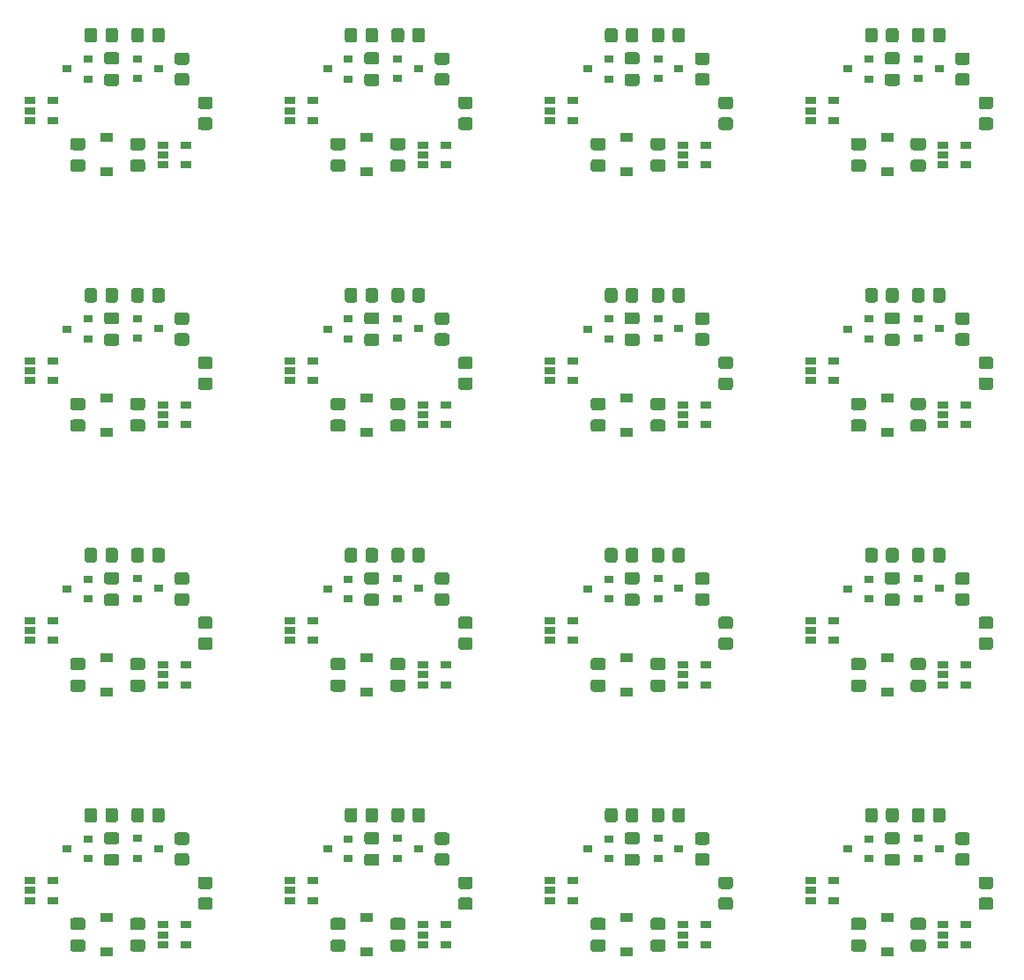
<source format=gbr>
%TF.GenerationSoftware,KiCad,Pcbnew,(5.1.9)-1*%
%TF.CreationDate,2021-10-25T14:10:00+02:00*%
%TF.ProjectId,Smartmeter_IR_multi,536d6172-746d-4657-9465-725f49525f6d,rev?*%
%TF.SameCoordinates,Original*%
%TF.FileFunction,Paste,Top*%
%TF.FilePolarity,Positive*%
%FSLAX46Y46*%
G04 Gerber Fmt 4.6, Leading zero omitted, Abs format (unit mm)*
G04 Created by KiCad (PCBNEW (5.1.9)-1) date 2021-10-25 14:10:00*
%MOMM*%
%LPD*%
G01*
G04 APERTURE LIST*
%ADD10R,0.900000X0.800000*%
%ADD11R,1.200000X0.900000*%
%ADD12R,1.060000X0.650000*%
G04 APERTURE END LIST*
%TO.C,R1*%
G36*
G01*
X136150000Y-138200001D02*
X136150000Y-137299999D01*
G75*
G02*
X136399999Y-137050000I249999J0D01*
G01*
X137100001Y-137050000D01*
G75*
G02*
X137350000Y-137299999I0J-249999D01*
G01*
X137350000Y-138200001D01*
G75*
G02*
X137100001Y-138450000I-249999J0D01*
G01*
X136399999Y-138450000D01*
G75*
G02*
X136150000Y-138200001I0J249999D01*
G01*
G37*
G36*
G01*
X134150000Y-138200001D02*
X134150000Y-137299999D01*
G75*
G02*
X134399999Y-137050000I249999J0D01*
G01*
X135100001Y-137050000D01*
G75*
G02*
X135350000Y-137299999I0J-249999D01*
G01*
X135350000Y-138200001D01*
G75*
G02*
X135100001Y-138450000I-249999J0D01*
G01*
X134399999Y-138450000D01*
G75*
G02*
X134150000Y-138200001I0J249999D01*
G01*
G37*
%TD*%
D10*
%TO.C,Q1*%
X103000000Y-141000000D03*
X105000000Y-140050000D03*
X105000000Y-141950000D03*
%TD*%
%TO.C,C1*%
G36*
G01*
X132725000Y-140550000D02*
X131775000Y-140550000D01*
G75*
G02*
X131525000Y-140300000I0J250000D01*
G01*
X131525000Y-139625000D01*
G75*
G02*
X131775000Y-139375000I250000J0D01*
G01*
X132725000Y-139375000D01*
G75*
G02*
X132975000Y-139625000I0J-250000D01*
G01*
X132975000Y-140300000D01*
G75*
G02*
X132725000Y-140550000I-250000J0D01*
G01*
G37*
G36*
G01*
X132725000Y-142625000D02*
X131775000Y-142625000D01*
G75*
G02*
X131525000Y-142375000I0J250000D01*
G01*
X131525000Y-141700000D01*
G75*
G02*
X131775000Y-141450000I250000J0D01*
G01*
X132725000Y-141450000D01*
G75*
G02*
X132975000Y-141700000I0J-250000D01*
G01*
X132975000Y-142375000D01*
G75*
G02*
X132725000Y-142625000I-250000J0D01*
G01*
G37*
%TD*%
%TO.C,C3*%
G36*
G01*
X134275000Y-147625000D02*
X135225000Y-147625000D01*
G75*
G02*
X135475000Y-147875000I0J-250000D01*
G01*
X135475000Y-148550000D01*
G75*
G02*
X135225000Y-148800000I-250000J0D01*
G01*
X134275000Y-148800000D01*
G75*
G02*
X134025000Y-148550000I0J250000D01*
G01*
X134025000Y-147875000D01*
G75*
G02*
X134275000Y-147625000I250000J0D01*
G01*
G37*
G36*
G01*
X134275000Y-149700000D02*
X135225000Y-149700000D01*
G75*
G02*
X135475000Y-149950000I0J-250000D01*
G01*
X135475000Y-150625000D01*
G75*
G02*
X135225000Y-150875000I-250000J0D01*
G01*
X134275000Y-150875000D01*
G75*
G02*
X134025000Y-150625000I0J250000D01*
G01*
X134025000Y-149950000D01*
G75*
G02*
X134275000Y-149700000I250000J0D01*
G01*
G37*
%TD*%
%TO.C,R1*%
G36*
G01*
X109150000Y-138200001D02*
X109150000Y-137299999D01*
G75*
G02*
X109399999Y-137050000I249999J0D01*
G01*
X110100001Y-137050000D01*
G75*
G02*
X110350000Y-137299999I0J-249999D01*
G01*
X110350000Y-138200001D01*
G75*
G02*
X110100001Y-138450000I-249999J0D01*
G01*
X109399999Y-138450000D01*
G75*
G02*
X109150000Y-138200001I0J249999D01*
G01*
G37*
G36*
G01*
X111150000Y-138200001D02*
X111150000Y-137299999D01*
G75*
G02*
X111399999Y-137050000I249999J0D01*
G01*
X112100001Y-137050000D01*
G75*
G02*
X112350000Y-137299999I0J-249999D01*
G01*
X112350000Y-138200001D01*
G75*
G02*
X112100001Y-138450000I-249999J0D01*
G01*
X111399999Y-138450000D01*
G75*
G02*
X111150000Y-138200001I0J249999D01*
G01*
G37*
%TD*%
%TO.C,R3*%
G36*
G01*
X140799999Y-143650000D02*
X141700001Y-143650000D01*
G75*
G02*
X141950000Y-143899999I0J-249999D01*
G01*
X141950000Y-144600001D01*
G75*
G02*
X141700001Y-144850000I-249999J0D01*
G01*
X140799999Y-144850000D01*
G75*
G02*
X140550000Y-144600001I0J249999D01*
G01*
X140550000Y-143899999D01*
G75*
G02*
X140799999Y-143650000I249999J0D01*
G01*
G37*
G36*
G01*
X140799999Y-145650000D02*
X141700001Y-145650000D01*
G75*
G02*
X141950000Y-145899999I0J-249999D01*
G01*
X141950000Y-146600001D01*
G75*
G02*
X141700001Y-146850000I-249999J0D01*
G01*
X140799999Y-146850000D01*
G75*
G02*
X140550000Y-146600001I0J249999D01*
G01*
X140550000Y-145899999D01*
G75*
G02*
X140799999Y-145650000I249999J0D01*
G01*
G37*
%TD*%
%TO.C,R2*%
G36*
G01*
X132850000Y-137299999D02*
X132850000Y-138200001D01*
G75*
G02*
X132600001Y-138450000I-249999J0D01*
G01*
X131899999Y-138450000D01*
G75*
G02*
X131650000Y-138200001I0J249999D01*
G01*
X131650000Y-137299999D01*
G75*
G02*
X131899999Y-137050000I249999J0D01*
G01*
X132600001Y-137050000D01*
G75*
G02*
X132850000Y-137299999I0J-249999D01*
G01*
G37*
G36*
G01*
X130850000Y-137299999D02*
X130850000Y-138200001D01*
G75*
G02*
X130600001Y-138450000I-249999J0D01*
G01*
X129899999Y-138450000D01*
G75*
G02*
X129650000Y-138200001I0J249999D01*
G01*
X129650000Y-137299999D01*
G75*
G02*
X129899999Y-137050000I249999J0D01*
G01*
X130600001Y-137050000D01*
G75*
G02*
X130850000Y-137299999I0J-249999D01*
G01*
G37*
%TD*%
%TO.C,Q1*%
X130000000Y-141950000D03*
X130000000Y-140050000D03*
X128000000Y-141000000D03*
%TD*%
D11*
%TO.C,D1*%
X131750000Y-147600000D03*
X131750000Y-150900000D03*
%TD*%
D10*
%TO.C,Q2*%
X136750000Y-140950000D03*
X134750000Y-141900000D03*
X134750000Y-140000000D03*
%TD*%
%TO.C,C2*%
G36*
G01*
X53525000Y-149700000D02*
X54475000Y-149700000D01*
G75*
G02*
X54725000Y-149950000I0J-250000D01*
G01*
X54725000Y-150625000D01*
G75*
G02*
X54475000Y-150875000I-250000J0D01*
G01*
X53525000Y-150875000D01*
G75*
G02*
X53275000Y-150625000I0J250000D01*
G01*
X53275000Y-149950000D01*
G75*
G02*
X53525000Y-149700000I250000J0D01*
G01*
G37*
G36*
G01*
X53525000Y-147625000D02*
X54475000Y-147625000D01*
G75*
G02*
X54725000Y-147875000I0J-250000D01*
G01*
X54725000Y-148550000D01*
G75*
G02*
X54475000Y-148800000I-250000J0D01*
G01*
X53525000Y-148800000D01*
G75*
G02*
X53275000Y-148550000I0J250000D01*
G01*
X53275000Y-147875000D01*
G75*
G02*
X53525000Y-147625000I250000J0D01*
G01*
G37*
%TD*%
%TO.C,Q2*%
X109750000Y-140000000D03*
X109750000Y-141900000D03*
X111750000Y-140950000D03*
%TD*%
D12*
%TO.C,IC1*%
X124400000Y-144050000D03*
X124400000Y-145000000D03*
X124400000Y-145950000D03*
X126600000Y-145950000D03*
X126600000Y-144050000D03*
%TD*%
%TO.C,IC2*%
X139350000Y-148300000D03*
X139350000Y-150200000D03*
X137150000Y-150200000D03*
X137150000Y-149250000D03*
X137150000Y-148300000D03*
%TD*%
%TO.C,R4*%
G36*
G01*
X138549999Y-141400000D02*
X139450001Y-141400000D01*
G75*
G02*
X139700000Y-141649999I0J-249999D01*
G01*
X139700000Y-142350001D01*
G75*
G02*
X139450001Y-142600000I-249999J0D01*
G01*
X138549999Y-142600000D01*
G75*
G02*
X138300000Y-142350001I0J249999D01*
G01*
X138300000Y-141649999D01*
G75*
G02*
X138549999Y-141400000I249999J0D01*
G01*
G37*
G36*
G01*
X138549999Y-139400000D02*
X139450001Y-139400000D01*
G75*
G02*
X139700000Y-139649999I0J-249999D01*
G01*
X139700000Y-140350001D01*
G75*
G02*
X139450001Y-140600000I-249999J0D01*
G01*
X138549999Y-140600000D01*
G75*
G02*
X138300000Y-140350001I0J249999D01*
G01*
X138300000Y-139649999D01*
G75*
G02*
X138549999Y-139400000I249999J0D01*
G01*
G37*
%TD*%
%TO.C,C2*%
G36*
G01*
X128525000Y-147625000D02*
X129475000Y-147625000D01*
G75*
G02*
X129725000Y-147875000I0J-250000D01*
G01*
X129725000Y-148550000D01*
G75*
G02*
X129475000Y-148800000I-250000J0D01*
G01*
X128525000Y-148800000D01*
G75*
G02*
X128275000Y-148550000I0J250000D01*
G01*
X128275000Y-147875000D01*
G75*
G02*
X128525000Y-147625000I250000J0D01*
G01*
G37*
G36*
G01*
X128525000Y-149700000D02*
X129475000Y-149700000D01*
G75*
G02*
X129725000Y-149950000I0J-250000D01*
G01*
X129725000Y-150625000D01*
G75*
G02*
X129475000Y-150875000I-250000J0D01*
G01*
X128525000Y-150875000D01*
G75*
G02*
X128275000Y-150625000I0J250000D01*
G01*
X128275000Y-149950000D01*
G75*
G02*
X128525000Y-149700000I250000J0D01*
G01*
G37*
%TD*%
%TO.C,R3*%
G36*
G01*
X115799999Y-145650000D02*
X116700001Y-145650000D01*
G75*
G02*
X116950000Y-145899999I0J-249999D01*
G01*
X116950000Y-146600001D01*
G75*
G02*
X116700001Y-146850000I-249999J0D01*
G01*
X115799999Y-146850000D01*
G75*
G02*
X115550000Y-146600001I0J249999D01*
G01*
X115550000Y-145899999D01*
G75*
G02*
X115799999Y-145650000I249999J0D01*
G01*
G37*
G36*
G01*
X115799999Y-143650000D02*
X116700001Y-143650000D01*
G75*
G02*
X116950000Y-143899999I0J-249999D01*
G01*
X116950000Y-144600001D01*
G75*
G02*
X116700001Y-144850000I-249999J0D01*
G01*
X115799999Y-144850000D01*
G75*
G02*
X115550000Y-144600001I0J249999D01*
G01*
X115550000Y-143899999D01*
G75*
G02*
X115799999Y-143650000I249999J0D01*
G01*
G37*
%TD*%
%TO.C,C2*%
G36*
G01*
X103525000Y-149700000D02*
X104475000Y-149700000D01*
G75*
G02*
X104725000Y-149950000I0J-250000D01*
G01*
X104725000Y-150625000D01*
G75*
G02*
X104475000Y-150875000I-250000J0D01*
G01*
X103525000Y-150875000D01*
G75*
G02*
X103275000Y-150625000I0J250000D01*
G01*
X103275000Y-149950000D01*
G75*
G02*
X103525000Y-149700000I250000J0D01*
G01*
G37*
G36*
G01*
X103525000Y-147625000D02*
X104475000Y-147625000D01*
G75*
G02*
X104725000Y-147875000I0J-250000D01*
G01*
X104725000Y-148550000D01*
G75*
G02*
X104475000Y-148800000I-250000J0D01*
G01*
X103525000Y-148800000D01*
G75*
G02*
X103275000Y-148550000I0J250000D01*
G01*
X103275000Y-147875000D01*
G75*
G02*
X103525000Y-147625000I250000J0D01*
G01*
G37*
%TD*%
%TO.C,C3*%
G36*
G01*
X109275000Y-149700000D02*
X110225000Y-149700000D01*
G75*
G02*
X110475000Y-149950000I0J-250000D01*
G01*
X110475000Y-150625000D01*
G75*
G02*
X110225000Y-150875000I-250000J0D01*
G01*
X109275000Y-150875000D01*
G75*
G02*
X109025000Y-150625000I0J250000D01*
G01*
X109025000Y-149950000D01*
G75*
G02*
X109275000Y-149700000I250000J0D01*
G01*
G37*
G36*
G01*
X109275000Y-147625000D02*
X110225000Y-147625000D01*
G75*
G02*
X110475000Y-147875000I0J-250000D01*
G01*
X110475000Y-148550000D01*
G75*
G02*
X110225000Y-148800000I-250000J0D01*
G01*
X109275000Y-148800000D01*
G75*
G02*
X109025000Y-148550000I0J250000D01*
G01*
X109025000Y-147875000D01*
G75*
G02*
X109275000Y-147625000I250000J0D01*
G01*
G37*
%TD*%
%TO.C,R4*%
G36*
G01*
X113549999Y-139400000D02*
X114450001Y-139400000D01*
G75*
G02*
X114700000Y-139649999I0J-249999D01*
G01*
X114700000Y-140350001D01*
G75*
G02*
X114450001Y-140600000I-249999J0D01*
G01*
X113549999Y-140600000D01*
G75*
G02*
X113300000Y-140350001I0J249999D01*
G01*
X113300000Y-139649999D01*
G75*
G02*
X113549999Y-139400000I249999J0D01*
G01*
G37*
G36*
G01*
X113549999Y-141400000D02*
X114450001Y-141400000D01*
G75*
G02*
X114700000Y-141649999I0J-249999D01*
G01*
X114700000Y-142350001D01*
G75*
G02*
X114450001Y-142600000I-249999J0D01*
G01*
X113549999Y-142600000D01*
G75*
G02*
X113300000Y-142350001I0J249999D01*
G01*
X113300000Y-141649999D01*
G75*
G02*
X113549999Y-141400000I249999J0D01*
G01*
G37*
%TD*%
%TO.C,IC1*%
X101600000Y-144050000D03*
X101600000Y-145950000D03*
X99400000Y-145950000D03*
X99400000Y-145000000D03*
X99400000Y-144050000D03*
%TD*%
%TO.C,C1*%
G36*
G01*
X107725000Y-142625000D02*
X106775000Y-142625000D01*
G75*
G02*
X106525000Y-142375000I0J250000D01*
G01*
X106525000Y-141700000D01*
G75*
G02*
X106775000Y-141450000I250000J0D01*
G01*
X107725000Y-141450000D01*
G75*
G02*
X107975000Y-141700000I0J-250000D01*
G01*
X107975000Y-142375000D01*
G75*
G02*
X107725000Y-142625000I-250000J0D01*
G01*
G37*
G36*
G01*
X107725000Y-140550000D02*
X106775000Y-140550000D01*
G75*
G02*
X106525000Y-140300000I0J250000D01*
G01*
X106525000Y-139625000D01*
G75*
G02*
X106775000Y-139375000I250000J0D01*
G01*
X107725000Y-139375000D01*
G75*
G02*
X107975000Y-139625000I0J-250000D01*
G01*
X107975000Y-140300000D01*
G75*
G02*
X107725000Y-140550000I-250000J0D01*
G01*
G37*
%TD*%
%TO.C,C1*%
G36*
G01*
X132725000Y-142625000D02*
X131775000Y-142625000D01*
G75*
G02*
X131525000Y-142375000I0J250000D01*
G01*
X131525000Y-141700000D01*
G75*
G02*
X131775000Y-141450000I250000J0D01*
G01*
X132725000Y-141450000D01*
G75*
G02*
X132975000Y-141700000I0J-250000D01*
G01*
X132975000Y-142375000D01*
G75*
G02*
X132725000Y-142625000I-250000J0D01*
G01*
G37*
G36*
G01*
X132725000Y-140550000D02*
X131775000Y-140550000D01*
G75*
G02*
X131525000Y-140300000I0J250000D01*
G01*
X131525000Y-139625000D01*
G75*
G02*
X131775000Y-139375000I250000J0D01*
G01*
X132725000Y-139375000D01*
G75*
G02*
X132975000Y-139625000I0J-250000D01*
G01*
X132975000Y-140300000D01*
G75*
G02*
X132725000Y-140550000I-250000J0D01*
G01*
G37*
%TD*%
%TO.C,IC2*%
X112150000Y-148300000D03*
X112150000Y-149250000D03*
X112150000Y-150200000D03*
X114350000Y-150200000D03*
X114350000Y-148300000D03*
%TD*%
%TO.C,R2*%
G36*
G01*
X105850000Y-137299999D02*
X105850000Y-138200001D01*
G75*
G02*
X105600001Y-138450000I-249999J0D01*
G01*
X104899999Y-138450000D01*
G75*
G02*
X104650000Y-138200001I0J249999D01*
G01*
X104650000Y-137299999D01*
G75*
G02*
X104899999Y-137050000I249999J0D01*
G01*
X105600001Y-137050000D01*
G75*
G02*
X105850000Y-137299999I0J-249999D01*
G01*
G37*
G36*
G01*
X107850000Y-137299999D02*
X107850000Y-138200001D01*
G75*
G02*
X107600001Y-138450000I-249999J0D01*
G01*
X106899999Y-138450000D01*
G75*
G02*
X106650000Y-138200001I0J249999D01*
G01*
X106650000Y-137299999D01*
G75*
G02*
X106899999Y-137050000I249999J0D01*
G01*
X107600001Y-137050000D01*
G75*
G02*
X107850000Y-137299999I0J-249999D01*
G01*
G37*
%TD*%
D11*
%TO.C,D1*%
X106750000Y-150900000D03*
X106750000Y-147600000D03*
%TD*%
%TO.C,C1*%
G36*
G01*
X57725000Y-142625000D02*
X56775000Y-142625000D01*
G75*
G02*
X56525000Y-142375000I0J250000D01*
G01*
X56525000Y-141700000D01*
G75*
G02*
X56775000Y-141450000I250000J0D01*
G01*
X57725000Y-141450000D01*
G75*
G02*
X57975000Y-141700000I0J-250000D01*
G01*
X57975000Y-142375000D01*
G75*
G02*
X57725000Y-142625000I-250000J0D01*
G01*
G37*
G36*
G01*
X57725000Y-140550000D02*
X56775000Y-140550000D01*
G75*
G02*
X56525000Y-140300000I0J250000D01*
G01*
X56525000Y-139625000D01*
G75*
G02*
X56775000Y-139375000I250000J0D01*
G01*
X57725000Y-139375000D01*
G75*
G02*
X57975000Y-139625000I0J-250000D01*
G01*
X57975000Y-140300000D01*
G75*
G02*
X57725000Y-140550000I-250000J0D01*
G01*
G37*
%TD*%
D10*
%TO.C,Q2*%
X59750000Y-140000000D03*
X59750000Y-141900000D03*
X61750000Y-140950000D03*
%TD*%
%TO.C,R2*%
G36*
G01*
X55850000Y-137299999D02*
X55850000Y-138200001D01*
G75*
G02*
X55600001Y-138450000I-249999J0D01*
G01*
X54899999Y-138450000D01*
G75*
G02*
X54650000Y-138200001I0J249999D01*
G01*
X54650000Y-137299999D01*
G75*
G02*
X54899999Y-137050000I249999J0D01*
G01*
X55600001Y-137050000D01*
G75*
G02*
X55850000Y-137299999I0J-249999D01*
G01*
G37*
G36*
G01*
X57850000Y-137299999D02*
X57850000Y-138200001D01*
G75*
G02*
X57600001Y-138450000I-249999J0D01*
G01*
X56899999Y-138450000D01*
G75*
G02*
X56650000Y-138200001I0J249999D01*
G01*
X56650000Y-137299999D01*
G75*
G02*
X56899999Y-137050000I249999J0D01*
G01*
X57600001Y-137050000D01*
G75*
G02*
X57850000Y-137299999I0J-249999D01*
G01*
G37*
%TD*%
D11*
%TO.C,D1*%
X56750000Y-150900000D03*
X56750000Y-147600000D03*
%TD*%
%TO.C,D1*%
X131750000Y-150900000D03*
X131750000Y-147600000D03*
%TD*%
D12*
%TO.C,IC1*%
X126600000Y-144050000D03*
X126600000Y-145950000D03*
X124400000Y-145950000D03*
X124400000Y-145000000D03*
X124400000Y-144050000D03*
%TD*%
%TO.C,R3*%
G36*
G01*
X140799999Y-145650000D02*
X141700001Y-145650000D01*
G75*
G02*
X141950000Y-145899999I0J-249999D01*
G01*
X141950000Y-146600001D01*
G75*
G02*
X141700001Y-146850000I-249999J0D01*
G01*
X140799999Y-146850000D01*
G75*
G02*
X140550000Y-146600001I0J249999D01*
G01*
X140550000Y-145899999D01*
G75*
G02*
X140799999Y-145650000I249999J0D01*
G01*
G37*
G36*
G01*
X140799999Y-143650000D02*
X141700001Y-143650000D01*
G75*
G02*
X141950000Y-143899999I0J-249999D01*
G01*
X141950000Y-144600001D01*
G75*
G02*
X141700001Y-144850000I-249999J0D01*
G01*
X140799999Y-144850000D01*
G75*
G02*
X140550000Y-144600001I0J249999D01*
G01*
X140550000Y-143899999D01*
G75*
G02*
X140799999Y-143650000I249999J0D01*
G01*
G37*
%TD*%
%TO.C,C3*%
G36*
G01*
X59275000Y-149700000D02*
X60225000Y-149700000D01*
G75*
G02*
X60475000Y-149950000I0J-250000D01*
G01*
X60475000Y-150625000D01*
G75*
G02*
X60225000Y-150875000I-250000J0D01*
G01*
X59275000Y-150875000D01*
G75*
G02*
X59025000Y-150625000I0J250000D01*
G01*
X59025000Y-149950000D01*
G75*
G02*
X59275000Y-149700000I250000J0D01*
G01*
G37*
G36*
G01*
X59275000Y-147625000D02*
X60225000Y-147625000D01*
G75*
G02*
X60475000Y-147875000I0J-250000D01*
G01*
X60475000Y-148550000D01*
G75*
G02*
X60225000Y-148800000I-250000J0D01*
G01*
X59275000Y-148800000D01*
G75*
G02*
X59025000Y-148550000I0J250000D01*
G01*
X59025000Y-147875000D01*
G75*
G02*
X59275000Y-147625000I250000J0D01*
G01*
G37*
%TD*%
D10*
%TO.C,Q2*%
X134750000Y-140000000D03*
X134750000Y-141900000D03*
X136750000Y-140950000D03*
%TD*%
%TO.C,R1*%
G36*
G01*
X134150000Y-138200001D02*
X134150000Y-137299999D01*
G75*
G02*
X134399999Y-137050000I249999J0D01*
G01*
X135100001Y-137050000D01*
G75*
G02*
X135350000Y-137299999I0J-249999D01*
G01*
X135350000Y-138200001D01*
G75*
G02*
X135100001Y-138450000I-249999J0D01*
G01*
X134399999Y-138450000D01*
G75*
G02*
X134150000Y-138200001I0J249999D01*
G01*
G37*
G36*
G01*
X136150000Y-138200001D02*
X136150000Y-137299999D01*
G75*
G02*
X136399999Y-137050000I249999J0D01*
G01*
X137100001Y-137050000D01*
G75*
G02*
X137350000Y-137299999I0J-249999D01*
G01*
X137350000Y-138200001D01*
G75*
G02*
X137100001Y-138450000I-249999J0D01*
G01*
X136399999Y-138450000D01*
G75*
G02*
X136150000Y-138200001I0J249999D01*
G01*
G37*
%TD*%
%TO.C,R4*%
G36*
G01*
X63549999Y-139400000D02*
X64450001Y-139400000D01*
G75*
G02*
X64700000Y-139649999I0J-249999D01*
G01*
X64700000Y-140350001D01*
G75*
G02*
X64450001Y-140600000I-249999J0D01*
G01*
X63549999Y-140600000D01*
G75*
G02*
X63300000Y-140350001I0J249999D01*
G01*
X63300000Y-139649999D01*
G75*
G02*
X63549999Y-139400000I249999J0D01*
G01*
G37*
G36*
G01*
X63549999Y-141400000D02*
X64450001Y-141400000D01*
G75*
G02*
X64700000Y-141649999I0J-249999D01*
G01*
X64700000Y-142350001D01*
G75*
G02*
X64450001Y-142600000I-249999J0D01*
G01*
X63549999Y-142600000D01*
G75*
G02*
X63300000Y-142350001I0J249999D01*
G01*
X63300000Y-141649999D01*
G75*
G02*
X63549999Y-141400000I249999J0D01*
G01*
G37*
%TD*%
%TO.C,C2*%
G36*
G01*
X128525000Y-149700000D02*
X129475000Y-149700000D01*
G75*
G02*
X129725000Y-149950000I0J-250000D01*
G01*
X129725000Y-150625000D01*
G75*
G02*
X129475000Y-150875000I-250000J0D01*
G01*
X128525000Y-150875000D01*
G75*
G02*
X128275000Y-150625000I0J250000D01*
G01*
X128275000Y-149950000D01*
G75*
G02*
X128525000Y-149700000I250000J0D01*
G01*
G37*
G36*
G01*
X128525000Y-147625000D02*
X129475000Y-147625000D01*
G75*
G02*
X129725000Y-147875000I0J-250000D01*
G01*
X129725000Y-148550000D01*
G75*
G02*
X129475000Y-148800000I-250000J0D01*
G01*
X128525000Y-148800000D01*
G75*
G02*
X128275000Y-148550000I0J250000D01*
G01*
X128275000Y-147875000D01*
G75*
G02*
X128525000Y-147625000I250000J0D01*
G01*
G37*
%TD*%
D12*
%TO.C,IC1*%
X51600000Y-144050000D03*
X51600000Y-145950000D03*
X49400000Y-145950000D03*
X49400000Y-145000000D03*
X49400000Y-144050000D03*
%TD*%
%TO.C,C3*%
G36*
G01*
X134275000Y-149700000D02*
X135225000Y-149700000D01*
G75*
G02*
X135475000Y-149950000I0J-250000D01*
G01*
X135475000Y-150625000D01*
G75*
G02*
X135225000Y-150875000I-250000J0D01*
G01*
X134275000Y-150875000D01*
G75*
G02*
X134025000Y-150625000I0J250000D01*
G01*
X134025000Y-149950000D01*
G75*
G02*
X134275000Y-149700000I250000J0D01*
G01*
G37*
G36*
G01*
X134275000Y-147625000D02*
X135225000Y-147625000D01*
G75*
G02*
X135475000Y-147875000I0J-250000D01*
G01*
X135475000Y-148550000D01*
G75*
G02*
X135225000Y-148800000I-250000J0D01*
G01*
X134275000Y-148800000D01*
G75*
G02*
X134025000Y-148550000I0J250000D01*
G01*
X134025000Y-147875000D01*
G75*
G02*
X134275000Y-147625000I250000J0D01*
G01*
G37*
%TD*%
%TO.C,R1*%
G36*
G01*
X59150000Y-138200001D02*
X59150000Y-137299999D01*
G75*
G02*
X59399999Y-137050000I249999J0D01*
G01*
X60100001Y-137050000D01*
G75*
G02*
X60350000Y-137299999I0J-249999D01*
G01*
X60350000Y-138200001D01*
G75*
G02*
X60100001Y-138450000I-249999J0D01*
G01*
X59399999Y-138450000D01*
G75*
G02*
X59150000Y-138200001I0J249999D01*
G01*
G37*
G36*
G01*
X61150000Y-138200001D02*
X61150000Y-137299999D01*
G75*
G02*
X61399999Y-137050000I249999J0D01*
G01*
X62100001Y-137050000D01*
G75*
G02*
X62350000Y-137299999I0J-249999D01*
G01*
X62350000Y-138200001D01*
G75*
G02*
X62100001Y-138450000I-249999J0D01*
G01*
X61399999Y-138450000D01*
G75*
G02*
X61150000Y-138200001I0J249999D01*
G01*
G37*
%TD*%
D10*
%TO.C,Q1*%
X128000000Y-141000000D03*
X130000000Y-140050000D03*
X130000000Y-141950000D03*
%TD*%
%TO.C,R4*%
G36*
G01*
X138549999Y-139400000D02*
X139450001Y-139400000D01*
G75*
G02*
X139700000Y-139649999I0J-249999D01*
G01*
X139700000Y-140350001D01*
G75*
G02*
X139450001Y-140600000I-249999J0D01*
G01*
X138549999Y-140600000D01*
G75*
G02*
X138300000Y-140350001I0J249999D01*
G01*
X138300000Y-139649999D01*
G75*
G02*
X138549999Y-139400000I249999J0D01*
G01*
G37*
G36*
G01*
X138549999Y-141400000D02*
X139450001Y-141400000D01*
G75*
G02*
X139700000Y-141649999I0J-249999D01*
G01*
X139700000Y-142350001D01*
G75*
G02*
X139450001Y-142600000I-249999J0D01*
G01*
X138549999Y-142600000D01*
G75*
G02*
X138300000Y-142350001I0J249999D01*
G01*
X138300000Y-141649999D01*
G75*
G02*
X138549999Y-141400000I249999J0D01*
G01*
G37*
%TD*%
%TO.C,C2*%
G36*
G01*
X78525000Y-147625000D02*
X79475000Y-147625000D01*
G75*
G02*
X79725000Y-147875000I0J-250000D01*
G01*
X79725000Y-148550000D01*
G75*
G02*
X79475000Y-148800000I-250000J0D01*
G01*
X78525000Y-148800000D01*
G75*
G02*
X78275000Y-148550000I0J250000D01*
G01*
X78275000Y-147875000D01*
G75*
G02*
X78525000Y-147625000I250000J0D01*
G01*
G37*
G36*
G01*
X78525000Y-149700000D02*
X79475000Y-149700000D01*
G75*
G02*
X79725000Y-149950000I0J-250000D01*
G01*
X79725000Y-150625000D01*
G75*
G02*
X79475000Y-150875000I-250000J0D01*
G01*
X78525000Y-150875000D01*
G75*
G02*
X78275000Y-150625000I0J250000D01*
G01*
X78275000Y-149950000D01*
G75*
G02*
X78525000Y-149700000I250000J0D01*
G01*
G37*
%TD*%
%TO.C,Q1*%
X53000000Y-141000000D03*
X55000000Y-140050000D03*
X55000000Y-141950000D03*
%TD*%
D12*
%TO.C,IC2*%
X89350000Y-148300000D03*
X89350000Y-150200000D03*
X87150000Y-150200000D03*
X87150000Y-149250000D03*
X87150000Y-148300000D03*
%TD*%
%TO.C,IC2*%
X62150000Y-148300000D03*
X62150000Y-149250000D03*
X62150000Y-150200000D03*
X64350000Y-150200000D03*
X64350000Y-148300000D03*
%TD*%
%TO.C,C3*%
G36*
G01*
X84275000Y-147625000D02*
X85225000Y-147625000D01*
G75*
G02*
X85475000Y-147875000I0J-250000D01*
G01*
X85475000Y-148550000D01*
G75*
G02*
X85225000Y-148800000I-250000J0D01*
G01*
X84275000Y-148800000D01*
G75*
G02*
X84025000Y-148550000I0J250000D01*
G01*
X84025000Y-147875000D01*
G75*
G02*
X84275000Y-147625000I250000J0D01*
G01*
G37*
G36*
G01*
X84275000Y-149700000D02*
X85225000Y-149700000D01*
G75*
G02*
X85475000Y-149950000I0J-250000D01*
G01*
X85475000Y-150625000D01*
G75*
G02*
X85225000Y-150875000I-250000J0D01*
G01*
X84275000Y-150875000D01*
G75*
G02*
X84025000Y-150625000I0J250000D01*
G01*
X84025000Y-149950000D01*
G75*
G02*
X84275000Y-149700000I250000J0D01*
G01*
G37*
%TD*%
%TO.C,R2*%
G36*
G01*
X130850000Y-137299999D02*
X130850000Y-138200001D01*
G75*
G02*
X130600001Y-138450000I-249999J0D01*
G01*
X129899999Y-138450000D01*
G75*
G02*
X129650000Y-138200001I0J249999D01*
G01*
X129650000Y-137299999D01*
G75*
G02*
X129899999Y-137050000I249999J0D01*
G01*
X130600001Y-137050000D01*
G75*
G02*
X130850000Y-137299999I0J-249999D01*
G01*
G37*
G36*
G01*
X132850000Y-137299999D02*
X132850000Y-138200001D01*
G75*
G02*
X132600001Y-138450000I-249999J0D01*
G01*
X131899999Y-138450000D01*
G75*
G02*
X131650000Y-138200001I0J249999D01*
G01*
X131650000Y-137299999D01*
G75*
G02*
X131899999Y-137050000I249999J0D01*
G01*
X132600001Y-137050000D01*
G75*
G02*
X132850000Y-137299999I0J-249999D01*
G01*
G37*
%TD*%
%TO.C,C1*%
G36*
G01*
X82725000Y-140550000D02*
X81775000Y-140550000D01*
G75*
G02*
X81525000Y-140300000I0J250000D01*
G01*
X81525000Y-139625000D01*
G75*
G02*
X81775000Y-139375000I250000J0D01*
G01*
X82725000Y-139375000D01*
G75*
G02*
X82975000Y-139625000I0J-250000D01*
G01*
X82975000Y-140300000D01*
G75*
G02*
X82725000Y-140550000I-250000J0D01*
G01*
G37*
G36*
G01*
X82725000Y-142625000D02*
X81775000Y-142625000D01*
G75*
G02*
X81525000Y-142375000I0J250000D01*
G01*
X81525000Y-141700000D01*
G75*
G02*
X81775000Y-141450000I250000J0D01*
G01*
X82725000Y-141450000D01*
G75*
G02*
X82975000Y-141700000I0J-250000D01*
G01*
X82975000Y-142375000D01*
G75*
G02*
X82725000Y-142625000I-250000J0D01*
G01*
G37*
%TD*%
D10*
%TO.C,Q2*%
X86750000Y-140950000D03*
X84750000Y-141900000D03*
X84750000Y-140000000D03*
%TD*%
D12*
%TO.C,IC2*%
X137150000Y-148300000D03*
X137150000Y-149250000D03*
X137150000Y-150200000D03*
X139350000Y-150200000D03*
X139350000Y-148300000D03*
%TD*%
%TO.C,R2*%
G36*
G01*
X82850000Y-137299999D02*
X82850000Y-138200001D01*
G75*
G02*
X82600001Y-138450000I-249999J0D01*
G01*
X81899999Y-138450000D01*
G75*
G02*
X81650000Y-138200001I0J249999D01*
G01*
X81650000Y-137299999D01*
G75*
G02*
X81899999Y-137050000I249999J0D01*
G01*
X82600001Y-137050000D01*
G75*
G02*
X82850000Y-137299999I0J-249999D01*
G01*
G37*
G36*
G01*
X80850000Y-137299999D02*
X80850000Y-138200001D01*
G75*
G02*
X80600001Y-138450000I-249999J0D01*
G01*
X79899999Y-138450000D01*
G75*
G02*
X79650000Y-138200001I0J249999D01*
G01*
X79650000Y-137299999D01*
G75*
G02*
X79899999Y-137050000I249999J0D01*
G01*
X80600001Y-137050000D01*
G75*
G02*
X80850000Y-137299999I0J-249999D01*
G01*
G37*
%TD*%
%TO.C,R4*%
G36*
G01*
X88549999Y-141400000D02*
X89450001Y-141400000D01*
G75*
G02*
X89700000Y-141649999I0J-249999D01*
G01*
X89700000Y-142350001D01*
G75*
G02*
X89450001Y-142600000I-249999J0D01*
G01*
X88549999Y-142600000D01*
G75*
G02*
X88300000Y-142350001I0J249999D01*
G01*
X88300000Y-141649999D01*
G75*
G02*
X88549999Y-141400000I249999J0D01*
G01*
G37*
G36*
G01*
X88549999Y-139400000D02*
X89450001Y-139400000D01*
G75*
G02*
X89700000Y-139649999I0J-249999D01*
G01*
X89700000Y-140350001D01*
G75*
G02*
X89450001Y-140600000I-249999J0D01*
G01*
X88549999Y-140600000D01*
G75*
G02*
X88300000Y-140350001I0J249999D01*
G01*
X88300000Y-139649999D01*
G75*
G02*
X88549999Y-139400000I249999J0D01*
G01*
G37*
%TD*%
%TO.C,IC1*%
X74400000Y-144050000D03*
X74400000Y-145000000D03*
X74400000Y-145950000D03*
X76600000Y-145950000D03*
X76600000Y-144050000D03*
%TD*%
%TO.C,R3*%
G36*
G01*
X90799999Y-143650000D02*
X91700001Y-143650000D01*
G75*
G02*
X91950000Y-143899999I0J-249999D01*
G01*
X91950000Y-144600001D01*
G75*
G02*
X91700001Y-144850000I-249999J0D01*
G01*
X90799999Y-144850000D01*
G75*
G02*
X90550000Y-144600001I0J249999D01*
G01*
X90550000Y-143899999D01*
G75*
G02*
X90799999Y-143650000I249999J0D01*
G01*
G37*
G36*
G01*
X90799999Y-145650000D02*
X91700001Y-145650000D01*
G75*
G02*
X91950000Y-145899999I0J-249999D01*
G01*
X91950000Y-146600001D01*
G75*
G02*
X91700001Y-146850000I-249999J0D01*
G01*
X90799999Y-146850000D01*
G75*
G02*
X90550000Y-146600001I0J249999D01*
G01*
X90550000Y-145899999D01*
G75*
G02*
X90799999Y-145650000I249999J0D01*
G01*
G37*
%TD*%
D10*
%TO.C,Q1*%
X80000000Y-141950000D03*
X80000000Y-140050000D03*
X78000000Y-141000000D03*
%TD*%
D11*
%TO.C,D1*%
X81750000Y-147600000D03*
X81750000Y-150900000D03*
%TD*%
%TO.C,R3*%
G36*
G01*
X65799999Y-145650000D02*
X66700001Y-145650000D01*
G75*
G02*
X66950000Y-145899999I0J-249999D01*
G01*
X66950000Y-146600001D01*
G75*
G02*
X66700001Y-146850000I-249999J0D01*
G01*
X65799999Y-146850000D01*
G75*
G02*
X65550000Y-146600001I0J249999D01*
G01*
X65550000Y-145899999D01*
G75*
G02*
X65799999Y-145650000I249999J0D01*
G01*
G37*
G36*
G01*
X65799999Y-143650000D02*
X66700001Y-143650000D01*
G75*
G02*
X66950000Y-143899999I0J-249999D01*
G01*
X66950000Y-144600001D01*
G75*
G02*
X66700001Y-144850000I-249999J0D01*
G01*
X65799999Y-144850000D01*
G75*
G02*
X65550000Y-144600001I0J249999D01*
G01*
X65550000Y-143899999D01*
G75*
G02*
X65799999Y-143650000I249999J0D01*
G01*
G37*
%TD*%
%TO.C,R1*%
G36*
G01*
X86150000Y-138200001D02*
X86150000Y-137299999D01*
G75*
G02*
X86399999Y-137050000I249999J0D01*
G01*
X87100001Y-137050000D01*
G75*
G02*
X87350000Y-137299999I0J-249999D01*
G01*
X87350000Y-138200001D01*
G75*
G02*
X87100001Y-138450000I-249999J0D01*
G01*
X86399999Y-138450000D01*
G75*
G02*
X86150000Y-138200001I0J249999D01*
G01*
G37*
G36*
G01*
X84150000Y-138200001D02*
X84150000Y-137299999D01*
G75*
G02*
X84399999Y-137050000I249999J0D01*
G01*
X85100001Y-137050000D01*
G75*
G02*
X85350000Y-137299999I0J-249999D01*
G01*
X85350000Y-138200001D01*
G75*
G02*
X85100001Y-138450000I-249999J0D01*
G01*
X84399999Y-138450000D01*
G75*
G02*
X84150000Y-138200001I0J249999D01*
G01*
G37*
%TD*%
%TO.C,C3*%
G36*
G01*
X134275000Y-124700000D02*
X135225000Y-124700000D01*
G75*
G02*
X135475000Y-124950000I0J-250000D01*
G01*
X135475000Y-125625000D01*
G75*
G02*
X135225000Y-125875000I-250000J0D01*
G01*
X134275000Y-125875000D01*
G75*
G02*
X134025000Y-125625000I0J250000D01*
G01*
X134025000Y-124950000D01*
G75*
G02*
X134275000Y-124700000I250000J0D01*
G01*
G37*
G36*
G01*
X134275000Y-122625000D02*
X135225000Y-122625000D01*
G75*
G02*
X135475000Y-122875000I0J-250000D01*
G01*
X135475000Y-123550000D01*
G75*
G02*
X135225000Y-123800000I-250000J0D01*
G01*
X134275000Y-123800000D01*
G75*
G02*
X134025000Y-123550000I0J250000D01*
G01*
X134025000Y-122875000D01*
G75*
G02*
X134275000Y-122625000I250000J0D01*
G01*
G37*
%TD*%
%TO.C,R3*%
G36*
G01*
X140799999Y-120650000D02*
X141700001Y-120650000D01*
G75*
G02*
X141950000Y-120899999I0J-249999D01*
G01*
X141950000Y-121600001D01*
G75*
G02*
X141700001Y-121850000I-249999J0D01*
G01*
X140799999Y-121850000D01*
G75*
G02*
X140550000Y-121600001I0J249999D01*
G01*
X140550000Y-120899999D01*
G75*
G02*
X140799999Y-120650000I249999J0D01*
G01*
G37*
G36*
G01*
X140799999Y-118650000D02*
X141700001Y-118650000D01*
G75*
G02*
X141950000Y-118899999I0J-249999D01*
G01*
X141950000Y-119600001D01*
G75*
G02*
X141700001Y-119850000I-249999J0D01*
G01*
X140799999Y-119850000D01*
G75*
G02*
X140550000Y-119600001I0J249999D01*
G01*
X140550000Y-118899999D01*
G75*
G02*
X140799999Y-118650000I249999J0D01*
G01*
G37*
%TD*%
%TO.C,R1*%
G36*
G01*
X134150000Y-113200001D02*
X134150000Y-112299999D01*
G75*
G02*
X134399999Y-112050000I249999J0D01*
G01*
X135100001Y-112050000D01*
G75*
G02*
X135350000Y-112299999I0J-249999D01*
G01*
X135350000Y-113200001D01*
G75*
G02*
X135100001Y-113450000I-249999J0D01*
G01*
X134399999Y-113450000D01*
G75*
G02*
X134150000Y-113200001I0J249999D01*
G01*
G37*
G36*
G01*
X136150000Y-113200001D02*
X136150000Y-112299999D01*
G75*
G02*
X136399999Y-112050000I249999J0D01*
G01*
X137100001Y-112050000D01*
G75*
G02*
X137350000Y-112299999I0J-249999D01*
G01*
X137350000Y-113200001D01*
G75*
G02*
X137100001Y-113450000I-249999J0D01*
G01*
X136399999Y-113450000D01*
G75*
G02*
X136150000Y-113200001I0J249999D01*
G01*
G37*
%TD*%
%TO.C,C1*%
G36*
G01*
X132725000Y-117625000D02*
X131775000Y-117625000D01*
G75*
G02*
X131525000Y-117375000I0J250000D01*
G01*
X131525000Y-116700000D01*
G75*
G02*
X131775000Y-116450000I250000J0D01*
G01*
X132725000Y-116450000D01*
G75*
G02*
X132975000Y-116700000I0J-250000D01*
G01*
X132975000Y-117375000D01*
G75*
G02*
X132725000Y-117625000I-250000J0D01*
G01*
G37*
G36*
G01*
X132725000Y-115550000D02*
X131775000Y-115550000D01*
G75*
G02*
X131525000Y-115300000I0J250000D01*
G01*
X131525000Y-114625000D01*
G75*
G02*
X131775000Y-114375000I250000J0D01*
G01*
X132725000Y-114375000D01*
G75*
G02*
X132975000Y-114625000I0J-250000D01*
G01*
X132975000Y-115300000D01*
G75*
G02*
X132725000Y-115550000I-250000J0D01*
G01*
G37*
%TD*%
D10*
%TO.C,Q1*%
X128000000Y-116000000D03*
X130000000Y-115050000D03*
X130000000Y-116950000D03*
%TD*%
D12*
%TO.C,IC2*%
X137150000Y-123300000D03*
X137150000Y-124250000D03*
X137150000Y-125200000D03*
X139350000Y-125200000D03*
X139350000Y-123300000D03*
%TD*%
D10*
%TO.C,Q2*%
X134750000Y-115000000D03*
X134750000Y-116900000D03*
X136750000Y-115950000D03*
%TD*%
D12*
%TO.C,IC1*%
X126600000Y-119050000D03*
X126600000Y-120950000D03*
X124400000Y-120950000D03*
X124400000Y-120000000D03*
X124400000Y-119050000D03*
%TD*%
%TO.C,R4*%
G36*
G01*
X138549999Y-114400000D02*
X139450001Y-114400000D01*
G75*
G02*
X139700000Y-114649999I0J-249999D01*
G01*
X139700000Y-115350001D01*
G75*
G02*
X139450001Y-115600000I-249999J0D01*
G01*
X138549999Y-115600000D01*
G75*
G02*
X138300000Y-115350001I0J249999D01*
G01*
X138300000Y-114649999D01*
G75*
G02*
X138549999Y-114400000I249999J0D01*
G01*
G37*
G36*
G01*
X138549999Y-116400000D02*
X139450001Y-116400000D01*
G75*
G02*
X139700000Y-116649999I0J-249999D01*
G01*
X139700000Y-117350001D01*
G75*
G02*
X139450001Y-117600000I-249999J0D01*
G01*
X138549999Y-117600000D01*
G75*
G02*
X138300000Y-117350001I0J249999D01*
G01*
X138300000Y-116649999D01*
G75*
G02*
X138549999Y-116400000I249999J0D01*
G01*
G37*
%TD*%
D11*
%TO.C,D1*%
X131750000Y-125900000D03*
X131750000Y-122600000D03*
%TD*%
%TO.C,R2*%
G36*
G01*
X130850000Y-112299999D02*
X130850000Y-113200001D01*
G75*
G02*
X130600001Y-113450000I-249999J0D01*
G01*
X129899999Y-113450000D01*
G75*
G02*
X129650000Y-113200001I0J249999D01*
G01*
X129650000Y-112299999D01*
G75*
G02*
X129899999Y-112050000I249999J0D01*
G01*
X130600001Y-112050000D01*
G75*
G02*
X130850000Y-112299999I0J-249999D01*
G01*
G37*
G36*
G01*
X132850000Y-112299999D02*
X132850000Y-113200001D01*
G75*
G02*
X132600001Y-113450000I-249999J0D01*
G01*
X131899999Y-113450000D01*
G75*
G02*
X131650000Y-113200001I0J249999D01*
G01*
X131650000Y-112299999D01*
G75*
G02*
X131899999Y-112050000I249999J0D01*
G01*
X132600001Y-112050000D01*
G75*
G02*
X132850000Y-112299999I0J-249999D01*
G01*
G37*
%TD*%
D10*
%TO.C,Q1*%
X105000000Y-116950000D03*
X105000000Y-115050000D03*
X103000000Y-116000000D03*
%TD*%
%TO.C,C2*%
G36*
G01*
X128525000Y-124700000D02*
X129475000Y-124700000D01*
G75*
G02*
X129725000Y-124950000I0J-250000D01*
G01*
X129725000Y-125625000D01*
G75*
G02*
X129475000Y-125875000I-250000J0D01*
G01*
X128525000Y-125875000D01*
G75*
G02*
X128275000Y-125625000I0J250000D01*
G01*
X128275000Y-124950000D01*
G75*
G02*
X128525000Y-124700000I250000J0D01*
G01*
G37*
G36*
G01*
X128525000Y-122625000D02*
X129475000Y-122625000D01*
G75*
G02*
X129725000Y-122875000I0J-250000D01*
G01*
X129725000Y-123550000D01*
G75*
G02*
X129475000Y-123800000I-250000J0D01*
G01*
X128525000Y-123800000D01*
G75*
G02*
X128275000Y-123550000I0J250000D01*
G01*
X128275000Y-122875000D01*
G75*
G02*
X128525000Y-122625000I250000J0D01*
G01*
G37*
%TD*%
%TO.C,R3*%
G36*
G01*
X115799999Y-118650000D02*
X116700001Y-118650000D01*
G75*
G02*
X116950000Y-118899999I0J-249999D01*
G01*
X116950000Y-119600001D01*
G75*
G02*
X116700001Y-119850000I-249999J0D01*
G01*
X115799999Y-119850000D01*
G75*
G02*
X115550000Y-119600001I0J249999D01*
G01*
X115550000Y-118899999D01*
G75*
G02*
X115799999Y-118650000I249999J0D01*
G01*
G37*
G36*
G01*
X115799999Y-120650000D02*
X116700001Y-120650000D01*
G75*
G02*
X116950000Y-120899999I0J-249999D01*
G01*
X116950000Y-121600001D01*
G75*
G02*
X116700001Y-121850000I-249999J0D01*
G01*
X115799999Y-121850000D01*
G75*
G02*
X115550000Y-121600001I0J249999D01*
G01*
X115550000Y-120899999D01*
G75*
G02*
X115799999Y-120650000I249999J0D01*
G01*
G37*
%TD*%
%TO.C,C2*%
G36*
G01*
X53525000Y-122625000D02*
X54475000Y-122625000D01*
G75*
G02*
X54725000Y-122875000I0J-250000D01*
G01*
X54725000Y-123550000D01*
G75*
G02*
X54475000Y-123800000I-250000J0D01*
G01*
X53525000Y-123800000D01*
G75*
G02*
X53275000Y-123550000I0J250000D01*
G01*
X53275000Y-122875000D01*
G75*
G02*
X53525000Y-122625000I250000J0D01*
G01*
G37*
G36*
G01*
X53525000Y-124700000D02*
X54475000Y-124700000D01*
G75*
G02*
X54725000Y-124950000I0J-250000D01*
G01*
X54725000Y-125625000D01*
G75*
G02*
X54475000Y-125875000I-250000J0D01*
G01*
X53525000Y-125875000D01*
G75*
G02*
X53275000Y-125625000I0J250000D01*
G01*
X53275000Y-124950000D01*
G75*
G02*
X53525000Y-124700000I250000J0D01*
G01*
G37*
%TD*%
%TO.C,C2*%
G36*
G01*
X103525000Y-122625000D02*
X104475000Y-122625000D01*
G75*
G02*
X104725000Y-122875000I0J-250000D01*
G01*
X104725000Y-123550000D01*
G75*
G02*
X104475000Y-123800000I-250000J0D01*
G01*
X103525000Y-123800000D01*
G75*
G02*
X103275000Y-123550000I0J250000D01*
G01*
X103275000Y-122875000D01*
G75*
G02*
X103525000Y-122625000I250000J0D01*
G01*
G37*
G36*
G01*
X103525000Y-124700000D02*
X104475000Y-124700000D01*
G75*
G02*
X104725000Y-124950000I0J-250000D01*
G01*
X104725000Y-125625000D01*
G75*
G02*
X104475000Y-125875000I-250000J0D01*
G01*
X103525000Y-125875000D01*
G75*
G02*
X103275000Y-125625000I0J250000D01*
G01*
X103275000Y-124950000D01*
G75*
G02*
X103525000Y-124700000I250000J0D01*
G01*
G37*
%TD*%
%TO.C,C3*%
G36*
G01*
X109275000Y-122625000D02*
X110225000Y-122625000D01*
G75*
G02*
X110475000Y-122875000I0J-250000D01*
G01*
X110475000Y-123550000D01*
G75*
G02*
X110225000Y-123800000I-250000J0D01*
G01*
X109275000Y-123800000D01*
G75*
G02*
X109025000Y-123550000I0J250000D01*
G01*
X109025000Y-122875000D01*
G75*
G02*
X109275000Y-122625000I250000J0D01*
G01*
G37*
G36*
G01*
X109275000Y-124700000D02*
X110225000Y-124700000D01*
G75*
G02*
X110475000Y-124950000I0J-250000D01*
G01*
X110475000Y-125625000D01*
G75*
G02*
X110225000Y-125875000I-250000J0D01*
G01*
X109275000Y-125875000D01*
G75*
G02*
X109025000Y-125625000I0J250000D01*
G01*
X109025000Y-124950000D01*
G75*
G02*
X109275000Y-124700000I250000J0D01*
G01*
G37*
%TD*%
%TO.C,R1*%
G36*
G01*
X111150000Y-113200001D02*
X111150000Y-112299999D01*
G75*
G02*
X111399999Y-112050000I249999J0D01*
G01*
X112100001Y-112050000D01*
G75*
G02*
X112350000Y-112299999I0J-249999D01*
G01*
X112350000Y-113200001D01*
G75*
G02*
X112100001Y-113450000I-249999J0D01*
G01*
X111399999Y-113450000D01*
G75*
G02*
X111150000Y-113200001I0J249999D01*
G01*
G37*
G36*
G01*
X109150000Y-113200001D02*
X109150000Y-112299999D01*
G75*
G02*
X109399999Y-112050000I249999J0D01*
G01*
X110100001Y-112050000D01*
G75*
G02*
X110350000Y-112299999I0J-249999D01*
G01*
X110350000Y-113200001D01*
G75*
G02*
X110100001Y-113450000I-249999J0D01*
G01*
X109399999Y-113450000D01*
G75*
G02*
X109150000Y-113200001I0J249999D01*
G01*
G37*
%TD*%
%TO.C,Q2*%
X111750000Y-115950000D03*
X109750000Y-116900000D03*
X109750000Y-115000000D03*
%TD*%
%TO.C,R4*%
G36*
G01*
X113549999Y-116400000D02*
X114450001Y-116400000D01*
G75*
G02*
X114700000Y-116649999I0J-249999D01*
G01*
X114700000Y-117350001D01*
G75*
G02*
X114450001Y-117600000I-249999J0D01*
G01*
X113549999Y-117600000D01*
G75*
G02*
X113300000Y-117350001I0J249999D01*
G01*
X113300000Y-116649999D01*
G75*
G02*
X113549999Y-116400000I249999J0D01*
G01*
G37*
G36*
G01*
X113549999Y-114400000D02*
X114450001Y-114400000D01*
G75*
G02*
X114700000Y-114649999I0J-249999D01*
G01*
X114700000Y-115350001D01*
G75*
G02*
X114450001Y-115600000I-249999J0D01*
G01*
X113549999Y-115600000D01*
G75*
G02*
X113300000Y-115350001I0J249999D01*
G01*
X113300000Y-114649999D01*
G75*
G02*
X113549999Y-114400000I249999J0D01*
G01*
G37*
%TD*%
D12*
%TO.C,IC1*%
X99400000Y-119050000D03*
X99400000Y-120000000D03*
X99400000Y-120950000D03*
X101600000Y-120950000D03*
X101600000Y-119050000D03*
%TD*%
%TO.C,C1*%
G36*
G01*
X107725000Y-115550000D02*
X106775000Y-115550000D01*
G75*
G02*
X106525000Y-115300000I0J250000D01*
G01*
X106525000Y-114625000D01*
G75*
G02*
X106775000Y-114375000I250000J0D01*
G01*
X107725000Y-114375000D01*
G75*
G02*
X107975000Y-114625000I0J-250000D01*
G01*
X107975000Y-115300000D01*
G75*
G02*
X107725000Y-115550000I-250000J0D01*
G01*
G37*
G36*
G01*
X107725000Y-117625000D02*
X106775000Y-117625000D01*
G75*
G02*
X106525000Y-117375000I0J250000D01*
G01*
X106525000Y-116700000D01*
G75*
G02*
X106775000Y-116450000I250000J0D01*
G01*
X107725000Y-116450000D01*
G75*
G02*
X107975000Y-116700000I0J-250000D01*
G01*
X107975000Y-117375000D01*
G75*
G02*
X107725000Y-117625000I-250000J0D01*
G01*
G37*
%TD*%
%TO.C,IC2*%
X114350000Y-123300000D03*
X114350000Y-125200000D03*
X112150000Y-125200000D03*
X112150000Y-124250000D03*
X112150000Y-123300000D03*
%TD*%
%TO.C,R2*%
G36*
G01*
X107850000Y-112299999D02*
X107850000Y-113200001D01*
G75*
G02*
X107600001Y-113450000I-249999J0D01*
G01*
X106899999Y-113450000D01*
G75*
G02*
X106650000Y-113200001I0J249999D01*
G01*
X106650000Y-112299999D01*
G75*
G02*
X106899999Y-112050000I249999J0D01*
G01*
X107600001Y-112050000D01*
G75*
G02*
X107850000Y-112299999I0J-249999D01*
G01*
G37*
G36*
G01*
X105850000Y-112299999D02*
X105850000Y-113200001D01*
G75*
G02*
X105600001Y-113450000I-249999J0D01*
G01*
X104899999Y-113450000D01*
G75*
G02*
X104650000Y-113200001I0J249999D01*
G01*
X104650000Y-112299999D01*
G75*
G02*
X104899999Y-112050000I249999J0D01*
G01*
X105600001Y-112050000D01*
G75*
G02*
X105850000Y-112299999I0J-249999D01*
G01*
G37*
%TD*%
D11*
%TO.C,D1*%
X106750000Y-122600000D03*
X106750000Y-125900000D03*
%TD*%
%TO.C,C1*%
G36*
G01*
X57725000Y-115550000D02*
X56775000Y-115550000D01*
G75*
G02*
X56525000Y-115300000I0J250000D01*
G01*
X56525000Y-114625000D01*
G75*
G02*
X56775000Y-114375000I250000J0D01*
G01*
X57725000Y-114375000D01*
G75*
G02*
X57975000Y-114625000I0J-250000D01*
G01*
X57975000Y-115300000D01*
G75*
G02*
X57725000Y-115550000I-250000J0D01*
G01*
G37*
G36*
G01*
X57725000Y-117625000D02*
X56775000Y-117625000D01*
G75*
G02*
X56525000Y-117375000I0J250000D01*
G01*
X56525000Y-116700000D01*
G75*
G02*
X56775000Y-116450000I250000J0D01*
G01*
X57725000Y-116450000D01*
G75*
G02*
X57975000Y-116700000I0J-250000D01*
G01*
X57975000Y-117375000D01*
G75*
G02*
X57725000Y-117625000I-250000J0D01*
G01*
G37*
%TD*%
D10*
%TO.C,Q2*%
X61750000Y-115950000D03*
X59750000Y-116900000D03*
X59750000Y-115000000D03*
%TD*%
%TO.C,R2*%
G36*
G01*
X57850000Y-112299999D02*
X57850000Y-113200001D01*
G75*
G02*
X57600001Y-113450000I-249999J0D01*
G01*
X56899999Y-113450000D01*
G75*
G02*
X56650000Y-113200001I0J249999D01*
G01*
X56650000Y-112299999D01*
G75*
G02*
X56899999Y-112050000I249999J0D01*
G01*
X57600001Y-112050000D01*
G75*
G02*
X57850000Y-112299999I0J-249999D01*
G01*
G37*
G36*
G01*
X55850000Y-112299999D02*
X55850000Y-113200001D01*
G75*
G02*
X55600001Y-113450000I-249999J0D01*
G01*
X54899999Y-113450000D01*
G75*
G02*
X54650000Y-113200001I0J249999D01*
G01*
X54650000Y-112299999D01*
G75*
G02*
X54899999Y-112050000I249999J0D01*
G01*
X55600001Y-112050000D01*
G75*
G02*
X55850000Y-112299999I0J-249999D01*
G01*
G37*
%TD*%
D11*
%TO.C,D1*%
X56750000Y-122600000D03*
X56750000Y-125900000D03*
%TD*%
%TO.C,C1*%
G36*
G01*
X132725000Y-115550000D02*
X131775000Y-115550000D01*
G75*
G02*
X131525000Y-115300000I0J250000D01*
G01*
X131525000Y-114625000D01*
G75*
G02*
X131775000Y-114375000I250000J0D01*
G01*
X132725000Y-114375000D01*
G75*
G02*
X132975000Y-114625000I0J-250000D01*
G01*
X132975000Y-115300000D01*
G75*
G02*
X132725000Y-115550000I-250000J0D01*
G01*
G37*
G36*
G01*
X132725000Y-117625000D02*
X131775000Y-117625000D01*
G75*
G02*
X131525000Y-117375000I0J250000D01*
G01*
X131525000Y-116700000D01*
G75*
G02*
X131775000Y-116450000I250000J0D01*
G01*
X132725000Y-116450000D01*
G75*
G02*
X132975000Y-116700000I0J-250000D01*
G01*
X132975000Y-117375000D01*
G75*
G02*
X132725000Y-117625000I-250000J0D01*
G01*
G37*
%TD*%
%TO.C,D1*%
X131750000Y-122600000D03*
X131750000Y-125900000D03*
%TD*%
D12*
%TO.C,IC1*%
X124400000Y-119050000D03*
X124400000Y-120000000D03*
X124400000Y-120950000D03*
X126600000Y-120950000D03*
X126600000Y-119050000D03*
%TD*%
%TO.C,R3*%
G36*
G01*
X140799999Y-118650000D02*
X141700001Y-118650000D01*
G75*
G02*
X141950000Y-118899999I0J-249999D01*
G01*
X141950000Y-119600001D01*
G75*
G02*
X141700001Y-119850000I-249999J0D01*
G01*
X140799999Y-119850000D01*
G75*
G02*
X140550000Y-119600001I0J249999D01*
G01*
X140550000Y-118899999D01*
G75*
G02*
X140799999Y-118650000I249999J0D01*
G01*
G37*
G36*
G01*
X140799999Y-120650000D02*
X141700001Y-120650000D01*
G75*
G02*
X141950000Y-120899999I0J-249999D01*
G01*
X141950000Y-121600001D01*
G75*
G02*
X141700001Y-121850000I-249999J0D01*
G01*
X140799999Y-121850000D01*
G75*
G02*
X140550000Y-121600001I0J249999D01*
G01*
X140550000Y-120899999D01*
G75*
G02*
X140799999Y-120650000I249999J0D01*
G01*
G37*
%TD*%
%TO.C,C3*%
G36*
G01*
X59275000Y-122625000D02*
X60225000Y-122625000D01*
G75*
G02*
X60475000Y-122875000I0J-250000D01*
G01*
X60475000Y-123550000D01*
G75*
G02*
X60225000Y-123800000I-250000J0D01*
G01*
X59275000Y-123800000D01*
G75*
G02*
X59025000Y-123550000I0J250000D01*
G01*
X59025000Y-122875000D01*
G75*
G02*
X59275000Y-122625000I250000J0D01*
G01*
G37*
G36*
G01*
X59275000Y-124700000D02*
X60225000Y-124700000D01*
G75*
G02*
X60475000Y-124950000I0J-250000D01*
G01*
X60475000Y-125625000D01*
G75*
G02*
X60225000Y-125875000I-250000J0D01*
G01*
X59275000Y-125875000D01*
G75*
G02*
X59025000Y-125625000I0J250000D01*
G01*
X59025000Y-124950000D01*
G75*
G02*
X59275000Y-124700000I250000J0D01*
G01*
G37*
%TD*%
D10*
%TO.C,Q2*%
X136750000Y-115950000D03*
X134750000Y-116900000D03*
X134750000Y-115000000D03*
%TD*%
%TO.C,R1*%
G36*
G01*
X136150000Y-113200001D02*
X136150000Y-112299999D01*
G75*
G02*
X136399999Y-112050000I249999J0D01*
G01*
X137100001Y-112050000D01*
G75*
G02*
X137350000Y-112299999I0J-249999D01*
G01*
X137350000Y-113200001D01*
G75*
G02*
X137100001Y-113450000I-249999J0D01*
G01*
X136399999Y-113450000D01*
G75*
G02*
X136150000Y-113200001I0J249999D01*
G01*
G37*
G36*
G01*
X134150000Y-113200001D02*
X134150000Y-112299999D01*
G75*
G02*
X134399999Y-112050000I249999J0D01*
G01*
X135100001Y-112050000D01*
G75*
G02*
X135350000Y-112299999I0J-249999D01*
G01*
X135350000Y-113200001D01*
G75*
G02*
X135100001Y-113450000I-249999J0D01*
G01*
X134399999Y-113450000D01*
G75*
G02*
X134150000Y-113200001I0J249999D01*
G01*
G37*
%TD*%
D11*
%TO.C,D1*%
X81750000Y-125900000D03*
X81750000Y-122600000D03*
%TD*%
%TO.C,R4*%
G36*
G01*
X63549999Y-116400000D02*
X64450001Y-116400000D01*
G75*
G02*
X64700000Y-116649999I0J-249999D01*
G01*
X64700000Y-117350001D01*
G75*
G02*
X64450001Y-117600000I-249999J0D01*
G01*
X63549999Y-117600000D01*
G75*
G02*
X63300000Y-117350001I0J249999D01*
G01*
X63300000Y-116649999D01*
G75*
G02*
X63549999Y-116400000I249999J0D01*
G01*
G37*
G36*
G01*
X63549999Y-114400000D02*
X64450001Y-114400000D01*
G75*
G02*
X64700000Y-114649999I0J-249999D01*
G01*
X64700000Y-115350001D01*
G75*
G02*
X64450001Y-115600000I-249999J0D01*
G01*
X63549999Y-115600000D01*
G75*
G02*
X63300000Y-115350001I0J249999D01*
G01*
X63300000Y-114649999D01*
G75*
G02*
X63549999Y-114400000I249999J0D01*
G01*
G37*
%TD*%
%TO.C,C2*%
G36*
G01*
X128525000Y-122625000D02*
X129475000Y-122625000D01*
G75*
G02*
X129725000Y-122875000I0J-250000D01*
G01*
X129725000Y-123550000D01*
G75*
G02*
X129475000Y-123800000I-250000J0D01*
G01*
X128525000Y-123800000D01*
G75*
G02*
X128275000Y-123550000I0J250000D01*
G01*
X128275000Y-122875000D01*
G75*
G02*
X128525000Y-122625000I250000J0D01*
G01*
G37*
G36*
G01*
X128525000Y-124700000D02*
X129475000Y-124700000D01*
G75*
G02*
X129725000Y-124950000I0J-250000D01*
G01*
X129725000Y-125625000D01*
G75*
G02*
X129475000Y-125875000I-250000J0D01*
G01*
X128525000Y-125875000D01*
G75*
G02*
X128275000Y-125625000I0J250000D01*
G01*
X128275000Y-124950000D01*
G75*
G02*
X128525000Y-124700000I250000J0D01*
G01*
G37*
%TD*%
D12*
%TO.C,IC1*%
X49400000Y-119050000D03*
X49400000Y-120000000D03*
X49400000Y-120950000D03*
X51600000Y-120950000D03*
X51600000Y-119050000D03*
%TD*%
D10*
%TO.C,Q1*%
X78000000Y-116000000D03*
X80000000Y-115050000D03*
X80000000Y-116950000D03*
%TD*%
%TO.C,R3*%
G36*
G01*
X65799999Y-118650000D02*
X66700001Y-118650000D01*
G75*
G02*
X66950000Y-118899999I0J-249999D01*
G01*
X66950000Y-119600001D01*
G75*
G02*
X66700001Y-119850000I-249999J0D01*
G01*
X65799999Y-119850000D01*
G75*
G02*
X65550000Y-119600001I0J249999D01*
G01*
X65550000Y-118899999D01*
G75*
G02*
X65799999Y-118650000I249999J0D01*
G01*
G37*
G36*
G01*
X65799999Y-120650000D02*
X66700001Y-120650000D01*
G75*
G02*
X66950000Y-120899999I0J-249999D01*
G01*
X66950000Y-121600001D01*
G75*
G02*
X66700001Y-121850000I-249999J0D01*
G01*
X65799999Y-121850000D01*
G75*
G02*
X65550000Y-121600001I0J249999D01*
G01*
X65550000Y-120899999D01*
G75*
G02*
X65799999Y-120650000I249999J0D01*
G01*
G37*
%TD*%
%TO.C,C3*%
G36*
G01*
X134275000Y-122625000D02*
X135225000Y-122625000D01*
G75*
G02*
X135475000Y-122875000I0J-250000D01*
G01*
X135475000Y-123550000D01*
G75*
G02*
X135225000Y-123800000I-250000J0D01*
G01*
X134275000Y-123800000D01*
G75*
G02*
X134025000Y-123550000I0J250000D01*
G01*
X134025000Y-122875000D01*
G75*
G02*
X134275000Y-122625000I250000J0D01*
G01*
G37*
G36*
G01*
X134275000Y-124700000D02*
X135225000Y-124700000D01*
G75*
G02*
X135475000Y-124950000I0J-250000D01*
G01*
X135475000Y-125625000D01*
G75*
G02*
X135225000Y-125875000I-250000J0D01*
G01*
X134275000Y-125875000D01*
G75*
G02*
X134025000Y-125625000I0J250000D01*
G01*
X134025000Y-124950000D01*
G75*
G02*
X134275000Y-124700000I250000J0D01*
G01*
G37*
%TD*%
%TO.C,R1*%
G36*
G01*
X61150000Y-113200001D02*
X61150000Y-112299999D01*
G75*
G02*
X61399999Y-112050000I249999J0D01*
G01*
X62100001Y-112050000D01*
G75*
G02*
X62350000Y-112299999I0J-249999D01*
G01*
X62350000Y-113200001D01*
G75*
G02*
X62100001Y-113450000I-249999J0D01*
G01*
X61399999Y-113450000D01*
G75*
G02*
X61150000Y-113200001I0J249999D01*
G01*
G37*
G36*
G01*
X59150000Y-113200001D02*
X59150000Y-112299999D01*
G75*
G02*
X59399999Y-112050000I249999J0D01*
G01*
X60100001Y-112050000D01*
G75*
G02*
X60350000Y-112299999I0J-249999D01*
G01*
X60350000Y-113200001D01*
G75*
G02*
X60100001Y-113450000I-249999J0D01*
G01*
X59399999Y-113450000D01*
G75*
G02*
X59150000Y-113200001I0J249999D01*
G01*
G37*
%TD*%
%TO.C,Q1*%
X130000000Y-116950000D03*
X130000000Y-115050000D03*
X128000000Y-116000000D03*
%TD*%
%TO.C,Q1*%
X55000000Y-116950000D03*
X55000000Y-115050000D03*
X53000000Y-116000000D03*
%TD*%
%TO.C,C3*%
G36*
G01*
X84275000Y-124700000D02*
X85225000Y-124700000D01*
G75*
G02*
X85475000Y-124950000I0J-250000D01*
G01*
X85475000Y-125625000D01*
G75*
G02*
X85225000Y-125875000I-250000J0D01*
G01*
X84275000Y-125875000D01*
G75*
G02*
X84025000Y-125625000I0J250000D01*
G01*
X84025000Y-124950000D01*
G75*
G02*
X84275000Y-124700000I250000J0D01*
G01*
G37*
G36*
G01*
X84275000Y-122625000D02*
X85225000Y-122625000D01*
G75*
G02*
X85475000Y-122875000I0J-250000D01*
G01*
X85475000Y-123550000D01*
G75*
G02*
X85225000Y-123800000I-250000J0D01*
G01*
X84275000Y-123800000D01*
G75*
G02*
X84025000Y-123550000I0J250000D01*
G01*
X84025000Y-122875000D01*
G75*
G02*
X84275000Y-122625000I250000J0D01*
G01*
G37*
%TD*%
D12*
%TO.C,IC2*%
X139350000Y-123300000D03*
X139350000Y-125200000D03*
X137150000Y-125200000D03*
X137150000Y-124250000D03*
X137150000Y-123300000D03*
%TD*%
%TO.C,IC2*%
X64350000Y-123300000D03*
X64350000Y-125200000D03*
X62150000Y-125200000D03*
X62150000Y-124250000D03*
X62150000Y-123300000D03*
%TD*%
%TO.C,R4*%
G36*
G01*
X138549999Y-116400000D02*
X139450001Y-116400000D01*
G75*
G02*
X139700000Y-116649999I0J-249999D01*
G01*
X139700000Y-117350001D01*
G75*
G02*
X139450001Y-117600000I-249999J0D01*
G01*
X138549999Y-117600000D01*
G75*
G02*
X138300000Y-117350001I0J249999D01*
G01*
X138300000Y-116649999D01*
G75*
G02*
X138549999Y-116400000I249999J0D01*
G01*
G37*
G36*
G01*
X138549999Y-114400000D02*
X139450001Y-114400000D01*
G75*
G02*
X139700000Y-114649999I0J-249999D01*
G01*
X139700000Y-115350001D01*
G75*
G02*
X139450001Y-115600000I-249999J0D01*
G01*
X138549999Y-115600000D01*
G75*
G02*
X138300000Y-115350001I0J249999D01*
G01*
X138300000Y-114649999D01*
G75*
G02*
X138549999Y-114400000I249999J0D01*
G01*
G37*
%TD*%
%TO.C,C2*%
G36*
G01*
X78525000Y-124700000D02*
X79475000Y-124700000D01*
G75*
G02*
X79725000Y-124950000I0J-250000D01*
G01*
X79725000Y-125625000D01*
G75*
G02*
X79475000Y-125875000I-250000J0D01*
G01*
X78525000Y-125875000D01*
G75*
G02*
X78275000Y-125625000I0J250000D01*
G01*
X78275000Y-124950000D01*
G75*
G02*
X78525000Y-124700000I250000J0D01*
G01*
G37*
G36*
G01*
X78525000Y-122625000D02*
X79475000Y-122625000D01*
G75*
G02*
X79725000Y-122875000I0J-250000D01*
G01*
X79725000Y-123550000D01*
G75*
G02*
X79475000Y-123800000I-250000J0D01*
G01*
X78525000Y-123800000D01*
G75*
G02*
X78275000Y-123550000I0J250000D01*
G01*
X78275000Y-122875000D01*
G75*
G02*
X78525000Y-122625000I250000J0D01*
G01*
G37*
%TD*%
%TO.C,R2*%
G36*
G01*
X132850000Y-112299999D02*
X132850000Y-113200001D01*
G75*
G02*
X132600001Y-113450000I-249999J0D01*
G01*
X131899999Y-113450000D01*
G75*
G02*
X131650000Y-113200001I0J249999D01*
G01*
X131650000Y-112299999D01*
G75*
G02*
X131899999Y-112050000I249999J0D01*
G01*
X132600001Y-112050000D01*
G75*
G02*
X132850000Y-112299999I0J-249999D01*
G01*
G37*
G36*
G01*
X130850000Y-112299999D02*
X130850000Y-113200001D01*
G75*
G02*
X130600001Y-113450000I-249999J0D01*
G01*
X129899999Y-113450000D01*
G75*
G02*
X129650000Y-113200001I0J249999D01*
G01*
X129650000Y-112299999D01*
G75*
G02*
X129899999Y-112050000I249999J0D01*
G01*
X130600001Y-112050000D01*
G75*
G02*
X130850000Y-112299999I0J-249999D01*
G01*
G37*
%TD*%
%TO.C,R3*%
G36*
G01*
X90799999Y-120650000D02*
X91700001Y-120650000D01*
G75*
G02*
X91950000Y-120899999I0J-249999D01*
G01*
X91950000Y-121600001D01*
G75*
G02*
X91700001Y-121850000I-249999J0D01*
G01*
X90799999Y-121850000D01*
G75*
G02*
X90550000Y-121600001I0J249999D01*
G01*
X90550000Y-120899999D01*
G75*
G02*
X90799999Y-120650000I249999J0D01*
G01*
G37*
G36*
G01*
X90799999Y-118650000D02*
X91700001Y-118650000D01*
G75*
G02*
X91950000Y-118899999I0J-249999D01*
G01*
X91950000Y-119600001D01*
G75*
G02*
X91700001Y-119850000I-249999J0D01*
G01*
X90799999Y-119850000D01*
G75*
G02*
X90550000Y-119600001I0J249999D01*
G01*
X90550000Y-118899999D01*
G75*
G02*
X90799999Y-118650000I249999J0D01*
G01*
G37*
%TD*%
%TO.C,R1*%
G36*
G01*
X84150000Y-113200001D02*
X84150000Y-112299999D01*
G75*
G02*
X84399999Y-112050000I249999J0D01*
G01*
X85100001Y-112050000D01*
G75*
G02*
X85350000Y-112299999I0J-249999D01*
G01*
X85350000Y-113200001D01*
G75*
G02*
X85100001Y-113450000I-249999J0D01*
G01*
X84399999Y-113450000D01*
G75*
G02*
X84150000Y-113200001I0J249999D01*
G01*
G37*
G36*
G01*
X86150000Y-113200001D02*
X86150000Y-112299999D01*
G75*
G02*
X86399999Y-112050000I249999J0D01*
G01*
X87100001Y-112050000D01*
G75*
G02*
X87350000Y-112299999I0J-249999D01*
G01*
X87350000Y-113200001D01*
G75*
G02*
X87100001Y-113450000I-249999J0D01*
G01*
X86399999Y-113450000D01*
G75*
G02*
X86150000Y-113200001I0J249999D01*
G01*
G37*
%TD*%
D10*
%TO.C,Q2*%
X84750000Y-115000000D03*
X84750000Y-116900000D03*
X86750000Y-115950000D03*
%TD*%
%TO.C,R4*%
G36*
G01*
X88549999Y-114400000D02*
X89450001Y-114400000D01*
G75*
G02*
X89700000Y-114649999I0J-249999D01*
G01*
X89700000Y-115350001D01*
G75*
G02*
X89450001Y-115600000I-249999J0D01*
G01*
X88549999Y-115600000D01*
G75*
G02*
X88300000Y-115350001I0J249999D01*
G01*
X88300000Y-114649999D01*
G75*
G02*
X88549999Y-114400000I249999J0D01*
G01*
G37*
G36*
G01*
X88549999Y-116400000D02*
X89450001Y-116400000D01*
G75*
G02*
X89700000Y-116649999I0J-249999D01*
G01*
X89700000Y-117350001D01*
G75*
G02*
X89450001Y-117600000I-249999J0D01*
G01*
X88549999Y-117600000D01*
G75*
G02*
X88300000Y-117350001I0J249999D01*
G01*
X88300000Y-116649999D01*
G75*
G02*
X88549999Y-116400000I249999J0D01*
G01*
G37*
%TD*%
%TO.C,C1*%
G36*
G01*
X82725000Y-117625000D02*
X81775000Y-117625000D01*
G75*
G02*
X81525000Y-117375000I0J250000D01*
G01*
X81525000Y-116700000D01*
G75*
G02*
X81775000Y-116450000I250000J0D01*
G01*
X82725000Y-116450000D01*
G75*
G02*
X82975000Y-116700000I0J-250000D01*
G01*
X82975000Y-117375000D01*
G75*
G02*
X82725000Y-117625000I-250000J0D01*
G01*
G37*
G36*
G01*
X82725000Y-115550000D02*
X81775000Y-115550000D01*
G75*
G02*
X81525000Y-115300000I0J250000D01*
G01*
X81525000Y-114625000D01*
G75*
G02*
X81775000Y-114375000I250000J0D01*
G01*
X82725000Y-114375000D01*
G75*
G02*
X82975000Y-114625000I0J-250000D01*
G01*
X82975000Y-115300000D01*
G75*
G02*
X82725000Y-115550000I-250000J0D01*
G01*
G37*
%TD*%
D12*
%TO.C,IC1*%
X76600000Y-119050000D03*
X76600000Y-120950000D03*
X74400000Y-120950000D03*
X74400000Y-120000000D03*
X74400000Y-119050000D03*
%TD*%
%TO.C,IC2*%
X87150000Y-123300000D03*
X87150000Y-124250000D03*
X87150000Y-125200000D03*
X89350000Y-125200000D03*
X89350000Y-123300000D03*
%TD*%
%TO.C,R2*%
G36*
G01*
X80850000Y-112299999D02*
X80850000Y-113200001D01*
G75*
G02*
X80600001Y-113450000I-249999J0D01*
G01*
X79899999Y-113450000D01*
G75*
G02*
X79650000Y-113200001I0J249999D01*
G01*
X79650000Y-112299999D01*
G75*
G02*
X79899999Y-112050000I249999J0D01*
G01*
X80600001Y-112050000D01*
G75*
G02*
X80850000Y-112299999I0J-249999D01*
G01*
G37*
G36*
G01*
X82850000Y-112299999D02*
X82850000Y-113200001D01*
G75*
G02*
X82600001Y-113450000I-249999J0D01*
G01*
X81899999Y-113450000D01*
G75*
G02*
X81650000Y-113200001I0J249999D01*
G01*
X81650000Y-112299999D01*
G75*
G02*
X81899999Y-112050000I249999J0D01*
G01*
X82600001Y-112050000D01*
G75*
G02*
X82850000Y-112299999I0J-249999D01*
G01*
G37*
%TD*%
%TO.C,C3*%
G36*
G01*
X134275000Y-97625000D02*
X135225000Y-97625000D01*
G75*
G02*
X135475000Y-97875000I0J-250000D01*
G01*
X135475000Y-98550000D01*
G75*
G02*
X135225000Y-98800000I-250000J0D01*
G01*
X134275000Y-98800000D01*
G75*
G02*
X134025000Y-98550000I0J250000D01*
G01*
X134025000Y-97875000D01*
G75*
G02*
X134275000Y-97625000I250000J0D01*
G01*
G37*
G36*
G01*
X134275000Y-99700000D02*
X135225000Y-99700000D01*
G75*
G02*
X135475000Y-99950000I0J-250000D01*
G01*
X135475000Y-100625000D01*
G75*
G02*
X135225000Y-100875000I-250000J0D01*
G01*
X134275000Y-100875000D01*
G75*
G02*
X134025000Y-100625000I0J250000D01*
G01*
X134025000Y-99950000D01*
G75*
G02*
X134275000Y-99700000I250000J0D01*
G01*
G37*
%TD*%
D10*
%TO.C,Q1*%
X130000000Y-91950000D03*
X130000000Y-90050000D03*
X128000000Y-91000000D03*
%TD*%
%TO.C,R1*%
G36*
G01*
X136150000Y-88200001D02*
X136150000Y-87299999D01*
G75*
G02*
X136399999Y-87050000I249999J0D01*
G01*
X137100001Y-87050000D01*
G75*
G02*
X137350000Y-87299999I0J-249999D01*
G01*
X137350000Y-88200001D01*
G75*
G02*
X137100001Y-88450000I-249999J0D01*
G01*
X136399999Y-88450000D01*
G75*
G02*
X136150000Y-88200001I0J249999D01*
G01*
G37*
G36*
G01*
X134150000Y-88200001D02*
X134150000Y-87299999D01*
G75*
G02*
X134399999Y-87050000I249999J0D01*
G01*
X135100001Y-87050000D01*
G75*
G02*
X135350000Y-87299999I0J-249999D01*
G01*
X135350000Y-88200001D01*
G75*
G02*
X135100001Y-88450000I-249999J0D01*
G01*
X134399999Y-88450000D01*
G75*
G02*
X134150000Y-88200001I0J249999D01*
G01*
G37*
%TD*%
%TO.C,Q2*%
X136750000Y-90950000D03*
X134750000Y-91900000D03*
X134750000Y-90000000D03*
%TD*%
%TO.C,C1*%
G36*
G01*
X132725000Y-90550000D02*
X131775000Y-90550000D01*
G75*
G02*
X131525000Y-90300000I0J250000D01*
G01*
X131525000Y-89625000D01*
G75*
G02*
X131775000Y-89375000I250000J0D01*
G01*
X132725000Y-89375000D01*
G75*
G02*
X132975000Y-89625000I0J-250000D01*
G01*
X132975000Y-90300000D01*
G75*
G02*
X132725000Y-90550000I-250000J0D01*
G01*
G37*
G36*
G01*
X132725000Y-92625000D02*
X131775000Y-92625000D01*
G75*
G02*
X131525000Y-92375000I0J250000D01*
G01*
X131525000Y-91700000D01*
G75*
G02*
X131775000Y-91450000I250000J0D01*
G01*
X132725000Y-91450000D01*
G75*
G02*
X132975000Y-91700000I0J-250000D01*
G01*
X132975000Y-92375000D01*
G75*
G02*
X132725000Y-92625000I-250000J0D01*
G01*
G37*
%TD*%
D12*
%TO.C,IC2*%
X139350000Y-98300000D03*
X139350000Y-100200000D03*
X137150000Y-100200000D03*
X137150000Y-99250000D03*
X137150000Y-98300000D03*
%TD*%
D11*
%TO.C,D1*%
X131750000Y-97600000D03*
X131750000Y-100900000D03*
%TD*%
D12*
%TO.C,IC1*%
X124400000Y-94050000D03*
X124400000Y-95000000D03*
X124400000Y-95950000D03*
X126600000Y-95950000D03*
X126600000Y-94050000D03*
%TD*%
%TO.C,R4*%
G36*
G01*
X138549999Y-91400000D02*
X139450001Y-91400000D01*
G75*
G02*
X139700000Y-91649999I0J-249999D01*
G01*
X139700000Y-92350001D01*
G75*
G02*
X139450001Y-92600000I-249999J0D01*
G01*
X138549999Y-92600000D01*
G75*
G02*
X138300000Y-92350001I0J249999D01*
G01*
X138300000Y-91649999D01*
G75*
G02*
X138549999Y-91400000I249999J0D01*
G01*
G37*
G36*
G01*
X138549999Y-89400000D02*
X139450001Y-89400000D01*
G75*
G02*
X139700000Y-89649999I0J-249999D01*
G01*
X139700000Y-90350001D01*
G75*
G02*
X139450001Y-90600000I-249999J0D01*
G01*
X138549999Y-90600000D01*
G75*
G02*
X138300000Y-90350001I0J249999D01*
G01*
X138300000Y-89649999D01*
G75*
G02*
X138549999Y-89400000I249999J0D01*
G01*
G37*
%TD*%
%TO.C,R3*%
G36*
G01*
X140799999Y-93650000D02*
X141700001Y-93650000D01*
G75*
G02*
X141950000Y-93899999I0J-249999D01*
G01*
X141950000Y-94600001D01*
G75*
G02*
X141700001Y-94850000I-249999J0D01*
G01*
X140799999Y-94850000D01*
G75*
G02*
X140550000Y-94600001I0J249999D01*
G01*
X140550000Y-93899999D01*
G75*
G02*
X140799999Y-93650000I249999J0D01*
G01*
G37*
G36*
G01*
X140799999Y-95650000D02*
X141700001Y-95650000D01*
G75*
G02*
X141950000Y-95899999I0J-249999D01*
G01*
X141950000Y-96600001D01*
G75*
G02*
X141700001Y-96850000I-249999J0D01*
G01*
X140799999Y-96850000D01*
G75*
G02*
X140550000Y-96600001I0J249999D01*
G01*
X140550000Y-95899999D01*
G75*
G02*
X140799999Y-95650000I249999J0D01*
G01*
G37*
%TD*%
%TO.C,R2*%
G36*
G01*
X132850000Y-87299999D02*
X132850000Y-88200001D01*
G75*
G02*
X132600001Y-88450000I-249999J0D01*
G01*
X131899999Y-88450000D01*
G75*
G02*
X131650000Y-88200001I0J249999D01*
G01*
X131650000Y-87299999D01*
G75*
G02*
X131899999Y-87050000I249999J0D01*
G01*
X132600001Y-87050000D01*
G75*
G02*
X132850000Y-87299999I0J-249999D01*
G01*
G37*
G36*
G01*
X130850000Y-87299999D02*
X130850000Y-88200001D01*
G75*
G02*
X130600001Y-88450000I-249999J0D01*
G01*
X129899999Y-88450000D01*
G75*
G02*
X129650000Y-88200001I0J249999D01*
G01*
X129650000Y-87299999D01*
G75*
G02*
X129899999Y-87050000I249999J0D01*
G01*
X130600001Y-87050000D01*
G75*
G02*
X130850000Y-87299999I0J-249999D01*
G01*
G37*
%TD*%
%TO.C,C2*%
G36*
G01*
X128525000Y-97625000D02*
X129475000Y-97625000D01*
G75*
G02*
X129725000Y-97875000I0J-250000D01*
G01*
X129725000Y-98550000D01*
G75*
G02*
X129475000Y-98800000I-250000J0D01*
G01*
X128525000Y-98800000D01*
G75*
G02*
X128275000Y-98550000I0J250000D01*
G01*
X128275000Y-97875000D01*
G75*
G02*
X128525000Y-97625000I250000J0D01*
G01*
G37*
G36*
G01*
X128525000Y-99700000D02*
X129475000Y-99700000D01*
G75*
G02*
X129725000Y-99950000I0J-250000D01*
G01*
X129725000Y-100625000D01*
G75*
G02*
X129475000Y-100875000I-250000J0D01*
G01*
X128525000Y-100875000D01*
G75*
G02*
X128275000Y-100625000I0J250000D01*
G01*
X128275000Y-99950000D01*
G75*
G02*
X128525000Y-99700000I250000J0D01*
G01*
G37*
%TD*%
%TO.C,C2*%
G36*
G01*
X103525000Y-99700000D02*
X104475000Y-99700000D01*
G75*
G02*
X104725000Y-99950000I0J-250000D01*
G01*
X104725000Y-100625000D01*
G75*
G02*
X104475000Y-100875000I-250000J0D01*
G01*
X103525000Y-100875000D01*
G75*
G02*
X103275000Y-100625000I0J250000D01*
G01*
X103275000Y-99950000D01*
G75*
G02*
X103525000Y-99700000I250000J0D01*
G01*
G37*
G36*
G01*
X103525000Y-97625000D02*
X104475000Y-97625000D01*
G75*
G02*
X104725000Y-97875000I0J-250000D01*
G01*
X104725000Y-98550000D01*
G75*
G02*
X104475000Y-98800000I-250000J0D01*
G01*
X103525000Y-98800000D01*
G75*
G02*
X103275000Y-98550000I0J250000D01*
G01*
X103275000Y-97875000D01*
G75*
G02*
X103525000Y-97625000I250000J0D01*
G01*
G37*
%TD*%
%TO.C,C3*%
G36*
G01*
X109275000Y-99700000D02*
X110225000Y-99700000D01*
G75*
G02*
X110475000Y-99950000I0J-250000D01*
G01*
X110475000Y-100625000D01*
G75*
G02*
X110225000Y-100875000I-250000J0D01*
G01*
X109275000Y-100875000D01*
G75*
G02*
X109025000Y-100625000I0J250000D01*
G01*
X109025000Y-99950000D01*
G75*
G02*
X109275000Y-99700000I250000J0D01*
G01*
G37*
G36*
G01*
X109275000Y-97625000D02*
X110225000Y-97625000D01*
G75*
G02*
X110475000Y-97875000I0J-250000D01*
G01*
X110475000Y-98550000D01*
G75*
G02*
X110225000Y-98800000I-250000J0D01*
G01*
X109275000Y-98800000D01*
G75*
G02*
X109025000Y-98550000I0J250000D01*
G01*
X109025000Y-97875000D01*
G75*
G02*
X109275000Y-97625000I250000J0D01*
G01*
G37*
%TD*%
%TO.C,R3*%
G36*
G01*
X115799999Y-95650000D02*
X116700001Y-95650000D01*
G75*
G02*
X116950000Y-95899999I0J-249999D01*
G01*
X116950000Y-96600001D01*
G75*
G02*
X116700001Y-96850000I-249999J0D01*
G01*
X115799999Y-96850000D01*
G75*
G02*
X115550000Y-96600001I0J249999D01*
G01*
X115550000Y-95899999D01*
G75*
G02*
X115799999Y-95650000I249999J0D01*
G01*
G37*
G36*
G01*
X115799999Y-93650000D02*
X116700001Y-93650000D01*
G75*
G02*
X116950000Y-93899999I0J-249999D01*
G01*
X116950000Y-94600001D01*
G75*
G02*
X116700001Y-94850000I-249999J0D01*
G01*
X115799999Y-94850000D01*
G75*
G02*
X115550000Y-94600001I0J249999D01*
G01*
X115550000Y-93899999D01*
G75*
G02*
X115799999Y-93650000I249999J0D01*
G01*
G37*
%TD*%
D10*
%TO.C,Q1*%
X103000000Y-91000000D03*
X105000000Y-90050000D03*
X105000000Y-91950000D03*
%TD*%
%TO.C,R1*%
G36*
G01*
X109150000Y-88200001D02*
X109150000Y-87299999D01*
G75*
G02*
X109399999Y-87050000I249999J0D01*
G01*
X110100001Y-87050000D01*
G75*
G02*
X110350000Y-87299999I0J-249999D01*
G01*
X110350000Y-88200001D01*
G75*
G02*
X110100001Y-88450000I-249999J0D01*
G01*
X109399999Y-88450000D01*
G75*
G02*
X109150000Y-88200001I0J249999D01*
G01*
G37*
G36*
G01*
X111150000Y-88200001D02*
X111150000Y-87299999D01*
G75*
G02*
X111399999Y-87050000I249999J0D01*
G01*
X112100001Y-87050000D01*
G75*
G02*
X112350000Y-87299999I0J-249999D01*
G01*
X112350000Y-88200001D01*
G75*
G02*
X112100001Y-88450000I-249999J0D01*
G01*
X111399999Y-88450000D01*
G75*
G02*
X111150000Y-88200001I0J249999D01*
G01*
G37*
%TD*%
%TO.C,Q2*%
X109750000Y-90000000D03*
X109750000Y-91900000D03*
X111750000Y-90950000D03*
%TD*%
%TO.C,C1*%
G36*
G01*
X107725000Y-92625000D02*
X106775000Y-92625000D01*
G75*
G02*
X106525000Y-92375000I0J250000D01*
G01*
X106525000Y-91700000D01*
G75*
G02*
X106775000Y-91450000I250000J0D01*
G01*
X107725000Y-91450000D01*
G75*
G02*
X107975000Y-91700000I0J-250000D01*
G01*
X107975000Y-92375000D01*
G75*
G02*
X107725000Y-92625000I-250000J0D01*
G01*
G37*
G36*
G01*
X107725000Y-90550000D02*
X106775000Y-90550000D01*
G75*
G02*
X106525000Y-90300000I0J250000D01*
G01*
X106525000Y-89625000D01*
G75*
G02*
X106775000Y-89375000I250000J0D01*
G01*
X107725000Y-89375000D01*
G75*
G02*
X107975000Y-89625000I0J-250000D01*
G01*
X107975000Y-90300000D01*
G75*
G02*
X107725000Y-90550000I-250000J0D01*
G01*
G37*
%TD*%
D12*
%TO.C,IC2*%
X112150000Y-98300000D03*
X112150000Y-99250000D03*
X112150000Y-100200000D03*
X114350000Y-100200000D03*
X114350000Y-98300000D03*
%TD*%
%TO.C,R2*%
G36*
G01*
X105850000Y-87299999D02*
X105850000Y-88200001D01*
G75*
G02*
X105600001Y-88450000I-249999J0D01*
G01*
X104899999Y-88450000D01*
G75*
G02*
X104650000Y-88200001I0J249999D01*
G01*
X104650000Y-87299999D01*
G75*
G02*
X104899999Y-87050000I249999J0D01*
G01*
X105600001Y-87050000D01*
G75*
G02*
X105850000Y-87299999I0J-249999D01*
G01*
G37*
G36*
G01*
X107850000Y-87299999D02*
X107850000Y-88200001D01*
G75*
G02*
X107600001Y-88450000I-249999J0D01*
G01*
X106899999Y-88450000D01*
G75*
G02*
X106650000Y-88200001I0J249999D01*
G01*
X106650000Y-87299999D01*
G75*
G02*
X106899999Y-87050000I249999J0D01*
G01*
X107600001Y-87050000D01*
G75*
G02*
X107850000Y-87299999I0J-249999D01*
G01*
G37*
%TD*%
D11*
%TO.C,D1*%
X106750000Y-100900000D03*
X106750000Y-97600000D03*
%TD*%
%TO.C,R4*%
G36*
G01*
X113549999Y-89400000D02*
X114450001Y-89400000D01*
G75*
G02*
X114700000Y-89649999I0J-249999D01*
G01*
X114700000Y-90350001D01*
G75*
G02*
X114450001Y-90600000I-249999J0D01*
G01*
X113549999Y-90600000D01*
G75*
G02*
X113300000Y-90350001I0J249999D01*
G01*
X113300000Y-89649999D01*
G75*
G02*
X113549999Y-89400000I249999J0D01*
G01*
G37*
G36*
G01*
X113549999Y-91400000D02*
X114450001Y-91400000D01*
G75*
G02*
X114700000Y-91649999I0J-249999D01*
G01*
X114700000Y-92350001D01*
G75*
G02*
X114450001Y-92600000I-249999J0D01*
G01*
X113549999Y-92600000D01*
G75*
G02*
X113300000Y-92350001I0J249999D01*
G01*
X113300000Y-91649999D01*
G75*
G02*
X113549999Y-91400000I249999J0D01*
G01*
G37*
%TD*%
D12*
%TO.C,IC1*%
X101600000Y-94050000D03*
X101600000Y-95950000D03*
X99400000Y-95950000D03*
X99400000Y-95000000D03*
X99400000Y-94050000D03*
%TD*%
%TO.C,C2*%
G36*
G01*
X53525000Y-99700000D02*
X54475000Y-99700000D01*
G75*
G02*
X54725000Y-99950000I0J-250000D01*
G01*
X54725000Y-100625000D01*
G75*
G02*
X54475000Y-100875000I-250000J0D01*
G01*
X53525000Y-100875000D01*
G75*
G02*
X53275000Y-100625000I0J250000D01*
G01*
X53275000Y-99950000D01*
G75*
G02*
X53525000Y-99700000I250000J0D01*
G01*
G37*
G36*
G01*
X53525000Y-97625000D02*
X54475000Y-97625000D01*
G75*
G02*
X54725000Y-97875000I0J-250000D01*
G01*
X54725000Y-98550000D01*
G75*
G02*
X54475000Y-98800000I-250000J0D01*
G01*
X53525000Y-98800000D01*
G75*
G02*
X53275000Y-98550000I0J250000D01*
G01*
X53275000Y-97875000D01*
G75*
G02*
X53525000Y-97625000I250000J0D01*
G01*
G37*
%TD*%
%TO.C,IC2*%
X62150000Y-98300000D03*
X62150000Y-99250000D03*
X62150000Y-100200000D03*
X64350000Y-100200000D03*
X64350000Y-98300000D03*
%TD*%
%TO.C,R2*%
G36*
G01*
X55850000Y-87299999D02*
X55850000Y-88200001D01*
G75*
G02*
X55600001Y-88450000I-249999J0D01*
G01*
X54899999Y-88450000D01*
G75*
G02*
X54650000Y-88200001I0J249999D01*
G01*
X54650000Y-87299999D01*
G75*
G02*
X54899999Y-87050000I249999J0D01*
G01*
X55600001Y-87050000D01*
G75*
G02*
X55850000Y-87299999I0J-249999D01*
G01*
G37*
G36*
G01*
X57850000Y-87299999D02*
X57850000Y-88200001D01*
G75*
G02*
X57600001Y-88450000I-249999J0D01*
G01*
X56899999Y-88450000D01*
G75*
G02*
X56650000Y-88200001I0J249999D01*
G01*
X56650000Y-87299999D01*
G75*
G02*
X56899999Y-87050000I249999J0D01*
G01*
X57600001Y-87050000D01*
G75*
G02*
X57850000Y-87299999I0J-249999D01*
G01*
G37*
%TD*%
D11*
%TO.C,D1*%
X56750000Y-100900000D03*
X56750000Y-97600000D03*
%TD*%
D10*
%TO.C,Q2*%
X59750000Y-90000000D03*
X59750000Y-91900000D03*
X61750000Y-90950000D03*
%TD*%
%TO.C,C3*%
G36*
G01*
X59275000Y-99700000D02*
X60225000Y-99700000D01*
G75*
G02*
X60475000Y-99950000I0J-250000D01*
G01*
X60475000Y-100625000D01*
G75*
G02*
X60225000Y-100875000I-250000J0D01*
G01*
X59275000Y-100875000D01*
G75*
G02*
X59025000Y-100625000I0J250000D01*
G01*
X59025000Y-99950000D01*
G75*
G02*
X59275000Y-99700000I250000J0D01*
G01*
G37*
G36*
G01*
X59275000Y-97625000D02*
X60225000Y-97625000D01*
G75*
G02*
X60475000Y-97875000I0J-250000D01*
G01*
X60475000Y-98550000D01*
G75*
G02*
X60225000Y-98800000I-250000J0D01*
G01*
X59275000Y-98800000D01*
G75*
G02*
X59025000Y-98550000I0J250000D01*
G01*
X59025000Y-97875000D01*
G75*
G02*
X59275000Y-97625000I250000J0D01*
G01*
G37*
%TD*%
%TO.C,R4*%
G36*
G01*
X63549999Y-89400000D02*
X64450001Y-89400000D01*
G75*
G02*
X64700000Y-89649999I0J-249999D01*
G01*
X64700000Y-90350001D01*
G75*
G02*
X64450001Y-90600000I-249999J0D01*
G01*
X63549999Y-90600000D01*
G75*
G02*
X63300000Y-90350001I0J249999D01*
G01*
X63300000Y-89649999D01*
G75*
G02*
X63549999Y-89400000I249999J0D01*
G01*
G37*
G36*
G01*
X63549999Y-91400000D02*
X64450001Y-91400000D01*
G75*
G02*
X64700000Y-91649999I0J-249999D01*
G01*
X64700000Y-92350001D01*
G75*
G02*
X64450001Y-92600000I-249999J0D01*
G01*
X63549999Y-92600000D01*
G75*
G02*
X63300000Y-92350001I0J249999D01*
G01*
X63300000Y-91649999D01*
G75*
G02*
X63549999Y-91400000I249999J0D01*
G01*
G37*
%TD*%
%TO.C,R1*%
G36*
G01*
X59150000Y-88200001D02*
X59150000Y-87299999D01*
G75*
G02*
X59399999Y-87050000I249999J0D01*
G01*
X60100001Y-87050000D01*
G75*
G02*
X60350000Y-87299999I0J-249999D01*
G01*
X60350000Y-88200001D01*
G75*
G02*
X60100001Y-88450000I-249999J0D01*
G01*
X59399999Y-88450000D01*
G75*
G02*
X59150000Y-88200001I0J249999D01*
G01*
G37*
G36*
G01*
X61150000Y-88200001D02*
X61150000Y-87299999D01*
G75*
G02*
X61399999Y-87050000I249999J0D01*
G01*
X62100001Y-87050000D01*
G75*
G02*
X62350000Y-87299999I0J-249999D01*
G01*
X62350000Y-88200001D01*
G75*
G02*
X62100001Y-88450000I-249999J0D01*
G01*
X61399999Y-88450000D01*
G75*
G02*
X61150000Y-88200001I0J249999D01*
G01*
G37*
%TD*%
%TO.C,C1*%
G36*
G01*
X57725000Y-92625000D02*
X56775000Y-92625000D01*
G75*
G02*
X56525000Y-92375000I0J250000D01*
G01*
X56525000Y-91700000D01*
G75*
G02*
X56775000Y-91450000I250000J0D01*
G01*
X57725000Y-91450000D01*
G75*
G02*
X57975000Y-91700000I0J-250000D01*
G01*
X57975000Y-92375000D01*
G75*
G02*
X57725000Y-92625000I-250000J0D01*
G01*
G37*
G36*
G01*
X57725000Y-90550000D02*
X56775000Y-90550000D01*
G75*
G02*
X56525000Y-90300000I0J250000D01*
G01*
X56525000Y-89625000D01*
G75*
G02*
X56775000Y-89375000I250000J0D01*
G01*
X57725000Y-89375000D01*
G75*
G02*
X57975000Y-89625000I0J-250000D01*
G01*
X57975000Y-90300000D01*
G75*
G02*
X57725000Y-90550000I-250000J0D01*
G01*
G37*
%TD*%
%TO.C,Q1*%
X53000000Y-91000000D03*
X55000000Y-90050000D03*
X55000000Y-91950000D03*
%TD*%
D12*
%TO.C,IC1*%
X51600000Y-94050000D03*
X51600000Y-95950000D03*
X49400000Y-95950000D03*
X49400000Y-95000000D03*
X49400000Y-94050000D03*
%TD*%
%TO.C,R3*%
G36*
G01*
X65799999Y-95650000D02*
X66700001Y-95650000D01*
G75*
G02*
X66950000Y-95899999I0J-249999D01*
G01*
X66950000Y-96600001D01*
G75*
G02*
X66700001Y-96850000I-249999J0D01*
G01*
X65799999Y-96850000D01*
G75*
G02*
X65550000Y-96600001I0J249999D01*
G01*
X65550000Y-95899999D01*
G75*
G02*
X65799999Y-95650000I249999J0D01*
G01*
G37*
G36*
G01*
X65799999Y-93650000D02*
X66700001Y-93650000D01*
G75*
G02*
X66950000Y-93899999I0J-249999D01*
G01*
X66950000Y-94600001D01*
G75*
G02*
X66700001Y-94850000I-249999J0D01*
G01*
X65799999Y-94850000D01*
G75*
G02*
X65550000Y-94600001I0J249999D01*
G01*
X65550000Y-93899999D01*
G75*
G02*
X65799999Y-93650000I249999J0D01*
G01*
G37*
%TD*%
%TO.C,IC1*%
X126600000Y-94050000D03*
X126600000Y-95950000D03*
X124400000Y-95950000D03*
X124400000Y-95000000D03*
X124400000Y-94050000D03*
%TD*%
%TO.C,C3*%
G36*
G01*
X134275000Y-99700000D02*
X135225000Y-99700000D01*
G75*
G02*
X135475000Y-99950000I0J-250000D01*
G01*
X135475000Y-100625000D01*
G75*
G02*
X135225000Y-100875000I-250000J0D01*
G01*
X134275000Y-100875000D01*
G75*
G02*
X134025000Y-100625000I0J250000D01*
G01*
X134025000Y-99950000D01*
G75*
G02*
X134275000Y-99700000I250000J0D01*
G01*
G37*
G36*
G01*
X134275000Y-97625000D02*
X135225000Y-97625000D01*
G75*
G02*
X135475000Y-97875000I0J-250000D01*
G01*
X135475000Y-98550000D01*
G75*
G02*
X135225000Y-98800000I-250000J0D01*
G01*
X134275000Y-98800000D01*
G75*
G02*
X134025000Y-98550000I0J250000D01*
G01*
X134025000Y-97875000D01*
G75*
G02*
X134275000Y-97625000I250000J0D01*
G01*
G37*
%TD*%
D10*
%TO.C,Q2*%
X134750000Y-90000000D03*
X134750000Y-91900000D03*
X136750000Y-90950000D03*
%TD*%
%TO.C,R2*%
G36*
G01*
X130850000Y-87299999D02*
X130850000Y-88200001D01*
G75*
G02*
X130600001Y-88450000I-249999J0D01*
G01*
X129899999Y-88450000D01*
G75*
G02*
X129650000Y-88200001I0J249999D01*
G01*
X129650000Y-87299999D01*
G75*
G02*
X129899999Y-87050000I249999J0D01*
G01*
X130600001Y-87050000D01*
G75*
G02*
X130850000Y-87299999I0J-249999D01*
G01*
G37*
G36*
G01*
X132850000Y-87299999D02*
X132850000Y-88200001D01*
G75*
G02*
X132600001Y-88450000I-249999J0D01*
G01*
X131899999Y-88450000D01*
G75*
G02*
X131650000Y-88200001I0J249999D01*
G01*
X131650000Y-87299999D01*
G75*
G02*
X131899999Y-87050000I249999J0D01*
G01*
X132600001Y-87050000D01*
G75*
G02*
X132850000Y-87299999I0J-249999D01*
G01*
G37*
%TD*%
%TO.C,R3*%
G36*
G01*
X140799999Y-95650000D02*
X141700001Y-95650000D01*
G75*
G02*
X141950000Y-95899999I0J-249999D01*
G01*
X141950000Y-96600001D01*
G75*
G02*
X141700001Y-96850000I-249999J0D01*
G01*
X140799999Y-96850000D01*
G75*
G02*
X140550000Y-96600001I0J249999D01*
G01*
X140550000Y-95899999D01*
G75*
G02*
X140799999Y-95650000I249999J0D01*
G01*
G37*
G36*
G01*
X140799999Y-93650000D02*
X141700001Y-93650000D01*
G75*
G02*
X141950000Y-93899999I0J-249999D01*
G01*
X141950000Y-94600001D01*
G75*
G02*
X141700001Y-94850000I-249999J0D01*
G01*
X140799999Y-94850000D01*
G75*
G02*
X140550000Y-94600001I0J249999D01*
G01*
X140550000Y-93899999D01*
G75*
G02*
X140799999Y-93650000I249999J0D01*
G01*
G37*
%TD*%
%TO.C,R1*%
G36*
G01*
X134150000Y-88200001D02*
X134150000Y-87299999D01*
G75*
G02*
X134399999Y-87050000I249999J0D01*
G01*
X135100001Y-87050000D01*
G75*
G02*
X135350000Y-87299999I0J-249999D01*
G01*
X135350000Y-88200001D01*
G75*
G02*
X135100001Y-88450000I-249999J0D01*
G01*
X134399999Y-88450000D01*
G75*
G02*
X134150000Y-88200001I0J249999D01*
G01*
G37*
G36*
G01*
X136150000Y-88200001D02*
X136150000Y-87299999D01*
G75*
G02*
X136399999Y-87050000I249999J0D01*
G01*
X137100001Y-87050000D01*
G75*
G02*
X137350000Y-87299999I0J-249999D01*
G01*
X137350000Y-88200001D01*
G75*
G02*
X137100001Y-88450000I-249999J0D01*
G01*
X136399999Y-88450000D01*
G75*
G02*
X136150000Y-88200001I0J249999D01*
G01*
G37*
%TD*%
D11*
%TO.C,D1*%
X131750000Y-100900000D03*
X131750000Y-97600000D03*
%TD*%
D10*
%TO.C,Q1*%
X128000000Y-91000000D03*
X130000000Y-90050000D03*
X130000000Y-91950000D03*
%TD*%
%TO.C,C1*%
G36*
G01*
X132725000Y-92625000D02*
X131775000Y-92625000D01*
G75*
G02*
X131525000Y-92375000I0J250000D01*
G01*
X131525000Y-91700000D01*
G75*
G02*
X131775000Y-91450000I250000J0D01*
G01*
X132725000Y-91450000D01*
G75*
G02*
X132975000Y-91700000I0J-250000D01*
G01*
X132975000Y-92375000D01*
G75*
G02*
X132725000Y-92625000I-250000J0D01*
G01*
G37*
G36*
G01*
X132725000Y-90550000D02*
X131775000Y-90550000D01*
G75*
G02*
X131525000Y-90300000I0J250000D01*
G01*
X131525000Y-89625000D01*
G75*
G02*
X131775000Y-89375000I250000J0D01*
G01*
X132725000Y-89375000D01*
G75*
G02*
X132975000Y-89625000I0J-250000D01*
G01*
X132975000Y-90300000D01*
G75*
G02*
X132725000Y-90550000I-250000J0D01*
G01*
G37*
%TD*%
D12*
%TO.C,IC2*%
X137150000Y-98300000D03*
X137150000Y-99250000D03*
X137150000Y-100200000D03*
X139350000Y-100200000D03*
X139350000Y-98300000D03*
%TD*%
%TO.C,R4*%
G36*
G01*
X138549999Y-89400000D02*
X139450001Y-89400000D01*
G75*
G02*
X139700000Y-89649999I0J-249999D01*
G01*
X139700000Y-90350001D01*
G75*
G02*
X139450001Y-90600000I-249999J0D01*
G01*
X138549999Y-90600000D01*
G75*
G02*
X138300000Y-90350001I0J249999D01*
G01*
X138300000Y-89649999D01*
G75*
G02*
X138549999Y-89400000I249999J0D01*
G01*
G37*
G36*
G01*
X138549999Y-91400000D02*
X139450001Y-91400000D01*
G75*
G02*
X139700000Y-91649999I0J-249999D01*
G01*
X139700000Y-92350001D01*
G75*
G02*
X139450001Y-92600000I-249999J0D01*
G01*
X138549999Y-92600000D01*
G75*
G02*
X138300000Y-92350001I0J249999D01*
G01*
X138300000Y-91649999D01*
G75*
G02*
X138549999Y-91400000I249999J0D01*
G01*
G37*
%TD*%
%TO.C,C2*%
G36*
G01*
X128525000Y-99700000D02*
X129475000Y-99700000D01*
G75*
G02*
X129725000Y-99950000I0J-250000D01*
G01*
X129725000Y-100625000D01*
G75*
G02*
X129475000Y-100875000I-250000J0D01*
G01*
X128525000Y-100875000D01*
G75*
G02*
X128275000Y-100625000I0J250000D01*
G01*
X128275000Y-99950000D01*
G75*
G02*
X128525000Y-99700000I250000J0D01*
G01*
G37*
G36*
G01*
X128525000Y-97625000D02*
X129475000Y-97625000D01*
G75*
G02*
X129725000Y-97875000I0J-250000D01*
G01*
X129725000Y-98550000D01*
G75*
G02*
X129475000Y-98800000I-250000J0D01*
G01*
X128525000Y-98800000D01*
G75*
G02*
X128275000Y-98550000I0J250000D01*
G01*
X128275000Y-97875000D01*
G75*
G02*
X128525000Y-97625000I250000J0D01*
G01*
G37*
%TD*%
%TO.C,C2*%
G36*
G01*
X78525000Y-97625000D02*
X79475000Y-97625000D01*
G75*
G02*
X79725000Y-97875000I0J-250000D01*
G01*
X79725000Y-98550000D01*
G75*
G02*
X79475000Y-98800000I-250000J0D01*
G01*
X78525000Y-98800000D01*
G75*
G02*
X78275000Y-98550000I0J250000D01*
G01*
X78275000Y-97875000D01*
G75*
G02*
X78525000Y-97625000I250000J0D01*
G01*
G37*
G36*
G01*
X78525000Y-99700000D02*
X79475000Y-99700000D01*
G75*
G02*
X79725000Y-99950000I0J-250000D01*
G01*
X79725000Y-100625000D01*
G75*
G02*
X79475000Y-100875000I-250000J0D01*
G01*
X78525000Y-100875000D01*
G75*
G02*
X78275000Y-100625000I0J250000D01*
G01*
X78275000Y-99950000D01*
G75*
G02*
X78525000Y-99700000I250000J0D01*
G01*
G37*
%TD*%
%TO.C,R3*%
G36*
G01*
X90799999Y-93650000D02*
X91700001Y-93650000D01*
G75*
G02*
X91950000Y-93899999I0J-249999D01*
G01*
X91950000Y-94600001D01*
G75*
G02*
X91700001Y-94850000I-249999J0D01*
G01*
X90799999Y-94850000D01*
G75*
G02*
X90550000Y-94600001I0J249999D01*
G01*
X90550000Y-93899999D01*
G75*
G02*
X90799999Y-93650000I249999J0D01*
G01*
G37*
G36*
G01*
X90799999Y-95650000D02*
X91700001Y-95650000D01*
G75*
G02*
X91950000Y-95899999I0J-249999D01*
G01*
X91950000Y-96600001D01*
G75*
G02*
X91700001Y-96850000I-249999J0D01*
G01*
X90799999Y-96850000D01*
G75*
G02*
X90550000Y-96600001I0J249999D01*
G01*
X90550000Y-95899999D01*
G75*
G02*
X90799999Y-95650000I249999J0D01*
G01*
G37*
%TD*%
%TO.C,C3*%
G36*
G01*
X84275000Y-97625000D02*
X85225000Y-97625000D01*
G75*
G02*
X85475000Y-97875000I0J-250000D01*
G01*
X85475000Y-98550000D01*
G75*
G02*
X85225000Y-98800000I-250000J0D01*
G01*
X84275000Y-98800000D01*
G75*
G02*
X84025000Y-98550000I0J250000D01*
G01*
X84025000Y-97875000D01*
G75*
G02*
X84275000Y-97625000I250000J0D01*
G01*
G37*
G36*
G01*
X84275000Y-99700000D02*
X85225000Y-99700000D01*
G75*
G02*
X85475000Y-99950000I0J-250000D01*
G01*
X85475000Y-100625000D01*
G75*
G02*
X85225000Y-100875000I-250000J0D01*
G01*
X84275000Y-100875000D01*
G75*
G02*
X84025000Y-100625000I0J250000D01*
G01*
X84025000Y-99950000D01*
G75*
G02*
X84275000Y-99700000I250000J0D01*
G01*
G37*
%TD*%
D10*
%TO.C,Q1*%
X80000000Y-91950000D03*
X80000000Y-90050000D03*
X78000000Y-91000000D03*
%TD*%
D11*
%TO.C,D1*%
X81750000Y-97600000D03*
X81750000Y-100900000D03*
%TD*%
%TO.C,R1*%
G36*
G01*
X86150000Y-88200001D02*
X86150000Y-87299999D01*
G75*
G02*
X86399999Y-87050000I249999J0D01*
G01*
X87100001Y-87050000D01*
G75*
G02*
X87350000Y-87299999I0J-249999D01*
G01*
X87350000Y-88200001D01*
G75*
G02*
X87100001Y-88450000I-249999J0D01*
G01*
X86399999Y-88450000D01*
G75*
G02*
X86150000Y-88200001I0J249999D01*
G01*
G37*
G36*
G01*
X84150000Y-88200001D02*
X84150000Y-87299999D01*
G75*
G02*
X84399999Y-87050000I249999J0D01*
G01*
X85100001Y-87050000D01*
G75*
G02*
X85350000Y-87299999I0J-249999D01*
G01*
X85350000Y-88200001D01*
G75*
G02*
X85100001Y-88450000I-249999J0D01*
G01*
X84399999Y-88450000D01*
G75*
G02*
X84150000Y-88200001I0J249999D01*
G01*
G37*
%TD*%
D10*
%TO.C,Q2*%
X86750000Y-90950000D03*
X84750000Y-91900000D03*
X84750000Y-90000000D03*
%TD*%
D12*
%TO.C,IC1*%
X74400000Y-94050000D03*
X74400000Y-95000000D03*
X74400000Y-95950000D03*
X76600000Y-95950000D03*
X76600000Y-94050000D03*
%TD*%
%TO.C,R4*%
G36*
G01*
X88549999Y-91400000D02*
X89450001Y-91400000D01*
G75*
G02*
X89700000Y-91649999I0J-249999D01*
G01*
X89700000Y-92350001D01*
G75*
G02*
X89450001Y-92600000I-249999J0D01*
G01*
X88549999Y-92600000D01*
G75*
G02*
X88300000Y-92350001I0J249999D01*
G01*
X88300000Y-91649999D01*
G75*
G02*
X88549999Y-91400000I249999J0D01*
G01*
G37*
G36*
G01*
X88549999Y-89400000D02*
X89450001Y-89400000D01*
G75*
G02*
X89700000Y-89649999I0J-249999D01*
G01*
X89700000Y-90350001D01*
G75*
G02*
X89450001Y-90600000I-249999J0D01*
G01*
X88549999Y-90600000D01*
G75*
G02*
X88300000Y-90350001I0J249999D01*
G01*
X88300000Y-89649999D01*
G75*
G02*
X88549999Y-89400000I249999J0D01*
G01*
G37*
%TD*%
%TO.C,C1*%
G36*
G01*
X82725000Y-90550000D02*
X81775000Y-90550000D01*
G75*
G02*
X81525000Y-90300000I0J250000D01*
G01*
X81525000Y-89625000D01*
G75*
G02*
X81775000Y-89375000I250000J0D01*
G01*
X82725000Y-89375000D01*
G75*
G02*
X82975000Y-89625000I0J-250000D01*
G01*
X82975000Y-90300000D01*
G75*
G02*
X82725000Y-90550000I-250000J0D01*
G01*
G37*
G36*
G01*
X82725000Y-92625000D02*
X81775000Y-92625000D01*
G75*
G02*
X81525000Y-92375000I0J250000D01*
G01*
X81525000Y-91700000D01*
G75*
G02*
X81775000Y-91450000I250000J0D01*
G01*
X82725000Y-91450000D01*
G75*
G02*
X82975000Y-91700000I0J-250000D01*
G01*
X82975000Y-92375000D01*
G75*
G02*
X82725000Y-92625000I-250000J0D01*
G01*
G37*
%TD*%
%TO.C,IC2*%
X89350000Y-98300000D03*
X89350000Y-100200000D03*
X87150000Y-100200000D03*
X87150000Y-99250000D03*
X87150000Y-98300000D03*
%TD*%
%TO.C,R2*%
G36*
G01*
X82850000Y-87299999D02*
X82850000Y-88200001D01*
G75*
G02*
X82600001Y-88450000I-249999J0D01*
G01*
X81899999Y-88450000D01*
G75*
G02*
X81650000Y-88200001I0J249999D01*
G01*
X81650000Y-87299999D01*
G75*
G02*
X81899999Y-87050000I249999J0D01*
G01*
X82600001Y-87050000D01*
G75*
G02*
X82850000Y-87299999I0J-249999D01*
G01*
G37*
G36*
G01*
X80850000Y-87299999D02*
X80850000Y-88200001D01*
G75*
G02*
X80600001Y-88450000I-249999J0D01*
G01*
X79899999Y-88450000D01*
G75*
G02*
X79650000Y-88200001I0J249999D01*
G01*
X79650000Y-87299999D01*
G75*
G02*
X79899999Y-87050000I249999J0D01*
G01*
X80600001Y-87050000D01*
G75*
G02*
X80850000Y-87299999I0J-249999D01*
G01*
G37*
%TD*%
%TO.C,C2*%
G36*
G01*
X128525000Y-72625000D02*
X129475000Y-72625000D01*
G75*
G02*
X129725000Y-72875000I0J-250000D01*
G01*
X129725000Y-73550000D01*
G75*
G02*
X129475000Y-73800000I-250000J0D01*
G01*
X128525000Y-73800000D01*
G75*
G02*
X128275000Y-73550000I0J250000D01*
G01*
X128275000Y-72875000D01*
G75*
G02*
X128525000Y-72625000I250000J0D01*
G01*
G37*
G36*
G01*
X128525000Y-74700000D02*
X129475000Y-74700000D01*
G75*
G02*
X129725000Y-74950000I0J-250000D01*
G01*
X129725000Y-75625000D01*
G75*
G02*
X129475000Y-75875000I-250000J0D01*
G01*
X128525000Y-75875000D01*
G75*
G02*
X128275000Y-75625000I0J250000D01*
G01*
X128275000Y-74950000D01*
G75*
G02*
X128525000Y-74700000I250000J0D01*
G01*
G37*
%TD*%
%TO.C,R4*%
G36*
G01*
X138549999Y-66400000D02*
X139450001Y-66400000D01*
G75*
G02*
X139700000Y-66649999I0J-249999D01*
G01*
X139700000Y-67350001D01*
G75*
G02*
X139450001Y-67600000I-249999J0D01*
G01*
X138549999Y-67600000D01*
G75*
G02*
X138300000Y-67350001I0J249999D01*
G01*
X138300000Y-66649999D01*
G75*
G02*
X138549999Y-66400000I249999J0D01*
G01*
G37*
G36*
G01*
X138549999Y-64400000D02*
X139450001Y-64400000D01*
G75*
G02*
X139700000Y-64649999I0J-249999D01*
G01*
X139700000Y-65350001D01*
G75*
G02*
X139450001Y-65600000I-249999J0D01*
G01*
X138549999Y-65600000D01*
G75*
G02*
X138300000Y-65350001I0J249999D01*
G01*
X138300000Y-64649999D01*
G75*
G02*
X138549999Y-64400000I249999J0D01*
G01*
G37*
%TD*%
%TO.C,IC2*%
X139350000Y-73300000D03*
X139350000Y-75200000D03*
X137150000Y-75200000D03*
X137150000Y-74250000D03*
X137150000Y-73300000D03*
%TD*%
%TO.C,C1*%
G36*
G01*
X132725000Y-65550000D02*
X131775000Y-65550000D01*
G75*
G02*
X131525000Y-65300000I0J250000D01*
G01*
X131525000Y-64625000D01*
G75*
G02*
X131775000Y-64375000I250000J0D01*
G01*
X132725000Y-64375000D01*
G75*
G02*
X132975000Y-64625000I0J-250000D01*
G01*
X132975000Y-65300000D01*
G75*
G02*
X132725000Y-65550000I-250000J0D01*
G01*
G37*
G36*
G01*
X132725000Y-67625000D02*
X131775000Y-67625000D01*
G75*
G02*
X131525000Y-67375000I0J250000D01*
G01*
X131525000Y-66700000D01*
G75*
G02*
X131775000Y-66450000I250000J0D01*
G01*
X132725000Y-66450000D01*
G75*
G02*
X132975000Y-66700000I0J-250000D01*
G01*
X132975000Y-67375000D01*
G75*
G02*
X132725000Y-67625000I-250000J0D01*
G01*
G37*
%TD*%
D10*
%TO.C,Q1*%
X130000000Y-66950000D03*
X130000000Y-65050000D03*
X128000000Y-66000000D03*
%TD*%
D11*
%TO.C,D1*%
X131750000Y-72600000D03*
X131750000Y-75900000D03*
%TD*%
%TO.C,R1*%
G36*
G01*
X136150000Y-63200001D02*
X136150000Y-62299999D01*
G75*
G02*
X136399999Y-62050000I249999J0D01*
G01*
X137100001Y-62050000D01*
G75*
G02*
X137350000Y-62299999I0J-249999D01*
G01*
X137350000Y-63200001D01*
G75*
G02*
X137100001Y-63450000I-249999J0D01*
G01*
X136399999Y-63450000D01*
G75*
G02*
X136150000Y-63200001I0J249999D01*
G01*
G37*
G36*
G01*
X134150000Y-63200001D02*
X134150000Y-62299999D01*
G75*
G02*
X134399999Y-62050000I249999J0D01*
G01*
X135100001Y-62050000D01*
G75*
G02*
X135350000Y-62299999I0J-249999D01*
G01*
X135350000Y-63200001D01*
G75*
G02*
X135100001Y-63450000I-249999J0D01*
G01*
X134399999Y-63450000D01*
G75*
G02*
X134150000Y-63200001I0J249999D01*
G01*
G37*
%TD*%
%TO.C,R3*%
G36*
G01*
X140799999Y-68650000D02*
X141700001Y-68650000D01*
G75*
G02*
X141950000Y-68899999I0J-249999D01*
G01*
X141950000Y-69600001D01*
G75*
G02*
X141700001Y-69850000I-249999J0D01*
G01*
X140799999Y-69850000D01*
G75*
G02*
X140550000Y-69600001I0J249999D01*
G01*
X140550000Y-68899999D01*
G75*
G02*
X140799999Y-68650000I249999J0D01*
G01*
G37*
G36*
G01*
X140799999Y-70650000D02*
X141700001Y-70650000D01*
G75*
G02*
X141950000Y-70899999I0J-249999D01*
G01*
X141950000Y-71600001D01*
G75*
G02*
X141700001Y-71850000I-249999J0D01*
G01*
X140799999Y-71850000D01*
G75*
G02*
X140550000Y-71600001I0J249999D01*
G01*
X140550000Y-70899999D01*
G75*
G02*
X140799999Y-70650000I249999J0D01*
G01*
G37*
%TD*%
%TO.C,R2*%
G36*
G01*
X132850000Y-62299999D02*
X132850000Y-63200001D01*
G75*
G02*
X132600001Y-63450000I-249999J0D01*
G01*
X131899999Y-63450000D01*
G75*
G02*
X131650000Y-63200001I0J249999D01*
G01*
X131650000Y-62299999D01*
G75*
G02*
X131899999Y-62050000I249999J0D01*
G01*
X132600001Y-62050000D01*
G75*
G02*
X132850000Y-62299999I0J-249999D01*
G01*
G37*
G36*
G01*
X130850000Y-62299999D02*
X130850000Y-63200001D01*
G75*
G02*
X130600001Y-63450000I-249999J0D01*
G01*
X129899999Y-63450000D01*
G75*
G02*
X129650000Y-63200001I0J249999D01*
G01*
X129650000Y-62299999D01*
G75*
G02*
X129899999Y-62050000I249999J0D01*
G01*
X130600001Y-62050000D01*
G75*
G02*
X130850000Y-62299999I0J-249999D01*
G01*
G37*
%TD*%
D10*
%TO.C,Q2*%
X136750000Y-65950000D03*
X134750000Y-66900000D03*
X134750000Y-65000000D03*
%TD*%
%TO.C,C3*%
G36*
G01*
X134275000Y-72625000D02*
X135225000Y-72625000D01*
G75*
G02*
X135475000Y-72875000I0J-250000D01*
G01*
X135475000Y-73550000D01*
G75*
G02*
X135225000Y-73800000I-250000J0D01*
G01*
X134275000Y-73800000D01*
G75*
G02*
X134025000Y-73550000I0J250000D01*
G01*
X134025000Y-72875000D01*
G75*
G02*
X134275000Y-72625000I250000J0D01*
G01*
G37*
G36*
G01*
X134275000Y-74700000D02*
X135225000Y-74700000D01*
G75*
G02*
X135475000Y-74950000I0J-250000D01*
G01*
X135475000Y-75625000D01*
G75*
G02*
X135225000Y-75875000I-250000J0D01*
G01*
X134275000Y-75875000D01*
G75*
G02*
X134025000Y-75625000I0J250000D01*
G01*
X134025000Y-74950000D01*
G75*
G02*
X134275000Y-74700000I250000J0D01*
G01*
G37*
%TD*%
D12*
%TO.C,IC1*%
X124400000Y-69050000D03*
X124400000Y-70000000D03*
X124400000Y-70950000D03*
X126600000Y-70950000D03*
X126600000Y-69050000D03*
%TD*%
%TO.C,C2*%
G36*
G01*
X128525000Y-74700000D02*
X129475000Y-74700000D01*
G75*
G02*
X129725000Y-74950000I0J-250000D01*
G01*
X129725000Y-75625000D01*
G75*
G02*
X129475000Y-75875000I-250000J0D01*
G01*
X128525000Y-75875000D01*
G75*
G02*
X128275000Y-75625000I0J250000D01*
G01*
X128275000Y-74950000D01*
G75*
G02*
X128525000Y-74700000I250000J0D01*
G01*
G37*
G36*
G01*
X128525000Y-72625000D02*
X129475000Y-72625000D01*
G75*
G02*
X129725000Y-72875000I0J-250000D01*
G01*
X129725000Y-73550000D01*
G75*
G02*
X129475000Y-73800000I-250000J0D01*
G01*
X128525000Y-73800000D01*
G75*
G02*
X128275000Y-73550000I0J250000D01*
G01*
X128275000Y-72875000D01*
G75*
G02*
X128525000Y-72625000I250000J0D01*
G01*
G37*
%TD*%
%TO.C,C3*%
G36*
G01*
X134275000Y-74700000D02*
X135225000Y-74700000D01*
G75*
G02*
X135475000Y-74950000I0J-250000D01*
G01*
X135475000Y-75625000D01*
G75*
G02*
X135225000Y-75875000I-250000J0D01*
G01*
X134275000Y-75875000D01*
G75*
G02*
X134025000Y-75625000I0J250000D01*
G01*
X134025000Y-74950000D01*
G75*
G02*
X134275000Y-74700000I250000J0D01*
G01*
G37*
G36*
G01*
X134275000Y-72625000D02*
X135225000Y-72625000D01*
G75*
G02*
X135475000Y-72875000I0J-250000D01*
G01*
X135475000Y-73550000D01*
G75*
G02*
X135225000Y-73800000I-250000J0D01*
G01*
X134275000Y-73800000D01*
G75*
G02*
X134025000Y-73550000I0J250000D01*
G01*
X134025000Y-72875000D01*
G75*
G02*
X134275000Y-72625000I250000J0D01*
G01*
G37*
%TD*%
%TO.C,R3*%
G36*
G01*
X140799999Y-70650000D02*
X141700001Y-70650000D01*
G75*
G02*
X141950000Y-70899999I0J-249999D01*
G01*
X141950000Y-71600001D01*
G75*
G02*
X141700001Y-71850000I-249999J0D01*
G01*
X140799999Y-71850000D01*
G75*
G02*
X140550000Y-71600001I0J249999D01*
G01*
X140550000Y-70899999D01*
G75*
G02*
X140799999Y-70650000I249999J0D01*
G01*
G37*
G36*
G01*
X140799999Y-68650000D02*
X141700001Y-68650000D01*
G75*
G02*
X141950000Y-68899999I0J-249999D01*
G01*
X141950000Y-69600001D01*
G75*
G02*
X141700001Y-69850000I-249999J0D01*
G01*
X140799999Y-69850000D01*
G75*
G02*
X140550000Y-69600001I0J249999D01*
G01*
X140550000Y-68899999D01*
G75*
G02*
X140799999Y-68650000I249999J0D01*
G01*
G37*
%TD*%
D10*
%TO.C,Q1*%
X128000000Y-66000000D03*
X130000000Y-65050000D03*
X130000000Y-66950000D03*
%TD*%
%TO.C,R1*%
G36*
G01*
X134150000Y-63200001D02*
X134150000Y-62299999D01*
G75*
G02*
X134399999Y-62050000I249999J0D01*
G01*
X135100001Y-62050000D01*
G75*
G02*
X135350000Y-62299999I0J-249999D01*
G01*
X135350000Y-63200001D01*
G75*
G02*
X135100001Y-63450000I-249999J0D01*
G01*
X134399999Y-63450000D01*
G75*
G02*
X134150000Y-63200001I0J249999D01*
G01*
G37*
G36*
G01*
X136150000Y-63200001D02*
X136150000Y-62299999D01*
G75*
G02*
X136399999Y-62050000I249999J0D01*
G01*
X137100001Y-62050000D01*
G75*
G02*
X137350000Y-62299999I0J-249999D01*
G01*
X137350000Y-63200001D01*
G75*
G02*
X137100001Y-63450000I-249999J0D01*
G01*
X136399999Y-63450000D01*
G75*
G02*
X136150000Y-63200001I0J249999D01*
G01*
G37*
%TD*%
%TO.C,Q2*%
X134750000Y-65000000D03*
X134750000Y-66900000D03*
X136750000Y-65950000D03*
%TD*%
%TO.C,C1*%
G36*
G01*
X132725000Y-67625000D02*
X131775000Y-67625000D01*
G75*
G02*
X131525000Y-67375000I0J250000D01*
G01*
X131525000Y-66700000D01*
G75*
G02*
X131775000Y-66450000I250000J0D01*
G01*
X132725000Y-66450000D01*
G75*
G02*
X132975000Y-66700000I0J-250000D01*
G01*
X132975000Y-67375000D01*
G75*
G02*
X132725000Y-67625000I-250000J0D01*
G01*
G37*
G36*
G01*
X132725000Y-65550000D02*
X131775000Y-65550000D01*
G75*
G02*
X131525000Y-65300000I0J250000D01*
G01*
X131525000Y-64625000D01*
G75*
G02*
X131775000Y-64375000I250000J0D01*
G01*
X132725000Y-64375000D01*
G75*
G02*
X132975000Y-64625000I0J-250000D01*
G01*
X132975000Y-65300000D01*
G75*
G02*
X132725000Y-65550000I-250000J0D01*
G01*
G37*
%TD*%
D12*
%TO.C,IC2*%
X137150000Y-73300000D03*
X137150000Y-74250000D03*
X137150000Y-75200000D03*
X139350000Y-75200000D03*
X139350000Y-73300000D03*
%TD*%
%TO.C,R2*%
G36*
G01*
X130850000Y-62299999D02*
X130850000Y-63200001D01*
G75*
G02*
X130600001Y-63450000I-249999J0D01*
G01*
X129899999Y-63450000D01*
G75*
G02*
X129650000Y-63200001I0J249999D01*
G01*
X129650000Y-62299999D01*
G75*
G02*
X129899999Y-62050000I249999J0D01*
G01*
X130600001Y-62050000D01*
G75*
G02*
X130850000Y-62299999I0J-249999D01*
G01*
G37*
G36*
G01*
X132850000Y-62299999D02*
X132850000Y-63200001D01*
G75*
G02*
X132600001Y-63450000I-249999J0D01*
G01*
X131899999Y-63450000D01*
G75*
G02*
X131650000Y-63200001I0J249999D01*
G01*
X131650000Y-62299999D01*
G75*
G02*
X131899999Y-62050000I249999J0D01*
G01*
X132600001Y-62050000D01*
G75*
G02*
X132850000Y-62299999I0J-249999D01*
G01*
G37*
%TD*%
D11*
%TO.C,D1*%
X131750000Y-75900000D03*
X131750000Y-72600000D03*
%TD*%
%TO.C,R4*%
G36*
G01*
X138549999Y-64400000D02*
X139450001Y-64400000D01*
G75*
G02*
X139700000Y-64649999I0J-249999D01*
G01*
X139700000Y-65350001D01*
G75*
G02*
X139450001Y-65600000I-249999J0D01*
G01*
X138549999Y-65600000D01*
G75*
G02*
X138300000Y-65350001I0J249999D01*
G01*
X138300000Y-64649999D01*
G75*
G02*
X138549999Y-64400000I249999J0D01*
G01*
G37*
G36*
G01*
X138549999Y-66400000D02*
X139450001Y-66400000D01*
G75*
G02*
X139700000Y-66649999I0J-249999D01*
G01*
X139700000Y-67350001D01*
G75*
G02*
X139450001Y-67600000I-249999J0D01*
G01*
X138549999Y-67600000D01*
G75*
G02*
X138300000Y-67350001I0J249999D01*
G01*
X138300000Y-66649999D01*
G75*
G02*
X138549999Y-66400000I249999J0D01*
G01*
G37*
%TD*%
D12*
%TO.C,IC1*%
X126600000Y-69050000D03*
X126600000Y-70950000D03*
X124400000Y-70950000D03*
X124400000Y-70000000D03*
X124400000Y-69050000D03*
%TD*%
%TO.C,C2*%
G36*
G01*
X103525000Y-72625000D02*
X104475000Y-72625000D01*
G75*
G02*
X104725000Y-72875000I0J-250000D01*
G01*
X104725000Y-73550000D01*
G75*
G02*
X104475000Y-73800000I-250000J0D01*
G01*
X103525000Y-73800000D01*
G75*
G02*
X103275000Y-73550000I0J250000D01*
G01*
X103275000Y-72875000D01*
G75*
G02*
X103525000Y-72625000I250000J0D01*
G01*
G37*
G36*
G01*
X103525000Y-74700000D02*
X104475000Y-74700000D01*
G75*
G02*
X104725000Y-74950000I0J-250000D01*
G01*
X104725000Y-75625000D01*
G75*
G02*
X104475000Y-75875000I-250000J0D01*
G01*
X103525000Y-75875000D01*
G75*
G02*
X103275000Y-75625000I0J250000D01*
G01*
X103275000Y-74950000D01*
G75*
G02*
X103525000Y-74700000I250000J0D01*
G01*
G37*
%TD*%
%TO.C,R3*%
G36*
G01*
X115799999Y-68650000D02*
X116700001Y-68650000D01*
G75*
G02*
X116950000Y-68899999I0J-249999D01*
G01*
X116950000Y-69600001D01*
G75*
G02*
X116700001Y-69850000I-249999J0D01*
G01*
X115799999Y-69850000D01*
G75*
G02*
X115550000Y-69600001I0J249999D01*
G01*
X115550000Y-68899999D01*
G75*
G02*
X115799999Y-68650000I249999J0D01*
G01*
G37*
G36*
G01*
X115799999Y-70650000D02*
X116700001Y-70650000D01*
G75*
G02*
X116950000Y-70899999I0J-249999D01*
G01*
X116950000Y-71600001D01*
G75*
G02*
X116700001Y-71850000I-249999J0D01*
G01*
X115799999Y-71850000D01*
G75*
G02*
X115550000Y-71600001I0J249999D01*
G01*
X115550000Y-70899999D01*
G75*
G02*
X115799999Y-70650000I249999J0D01*
G01*
G37*
%TD*%
%TO.C,C3*%
G36*
G01*
X109275000Y-72625000D02*
X110225000Y-72625000D01*
G75*
G02*
X110475000Y-72875000I0J-250000D01*
G01*
X110475000Y-73550000D01*
G75*
G02*
X110225000Y-73800000I-250000J0D01*
G01*
X109275000Y-73800000D01*
G75*
G02*
X109025000Y-73550000I0J250000D01*
G01*
X109025000Y-72875000D01*
G75*
G02*
X109275000Y-72625000I250000J0D01*
G01*
G37*
G36*
G01*
X109275000Y-74700000D02*
X110225000Y-74700000D01*
G75*
G02*
X110475000Y-74950000I0J-250000D01*
G01*
X110475000Y-75625000D01*
G75*
G02*
X110225000Y-75875000I-250000J0D01*
G01*
X109275000Y-75875000D01*
G75*
G02*
X109025000Y-75625000I0J250000D01*
G01*
X109025000Y-74950000D01*
G75*
G02*
X109275000Y-74700000I250000J0D01*
G01*
G37*
%TD*%
D10*
%TO.C,Q1*%
X105000000Y-66950000D03*
X105000000Y-65050000D03*
X103000000Y-66000000D03*
%TD*%
D11*
%TO.C,D1*%
X106750000Y-72600000D03*
X106750000Y-75900000D03*
%TD*%
%TO.C,R1*%
G36*
G01*
X111150000Y-63200001D02*
X111150000Y-62299999D01*
G75*
G02*
X111399999Y-62050000I249999J0D01*
G01*
X112100001Y-62050000D01*
G75*
G02*
X112350000Y-62299999I0J-249999D01*
G01*
X112350000Y-63200001D01*
G75*
G02*
X112100001Y-63450000I-249999J0D01*
G01*
X111399999Y-63450000D01*
G75*
G02*
X111150000Y-63200001I0J249999D01*
G01*
G37*
G36*
G01*
X109150000Y-63200001D02*
X109150000Y-62299999D01*
G75*
G02*
X109399999Y-62050000I249999J0D01*
G01*
X110100001Y-62050000D01*
G75*
G02*
X110350000Y-62299999I0J-249999D01*
G01*
X110350000Y-63200001D01*
G75*
G02*
X110100001Y-63450000I-249999J0D01*
G01*
X109399999Y-63450000D01*
G75*
G02*
X109150000Y-63200001I0J249999D01*
G01*
G37*
%TD*%
D10*
%TO.C,Q2*%
X111750000Y-65950000D03*
X109750000Y-66900000D03*
X109750000Y-65000000D03*
%TD*%
D12*
%TO.C,IC1*%
X99400000Y-69050000D03*
X99400000Y-70000000D03*
X99400000Y-70950000D03*
X101600000Y-70950000D03*
X101600000Y-69050000D03*
%TD*%
%TO.C,R4*%
G36*
G01*
X113549999Y-66400000D02*
X114450001Y-66400000D01*
G75*
G02*
X114700000Y-66649999I0J-249999D01*
G01*
X114700000Y-67350001D01*
G75*
G02*
X114450001Y-67600000I-249999J0D01*
G01*
X113549999Y-67600000D01*
G75*
G02*
X113300000Y-67350001I0J249999D01*
G01*
X113300000Y-66649999D01*
G75*
G02*
X113549999Y-66400000I249999J0D01*
G01*
G37*
G36*
G01*
X113549999Y-64400000D02*
X114450001Y-64400000D01*
G75*
G02*
X114700000Y-64649999I0J-249999D01*
G01*
X114700000Y-65350001D01*
G75*
G02*
X114450001Y-65600000I-249999J0D01*
G01*
X113549999Y-65600000D01*
G75*
G02*
X113300000Y-65350001I0J249999D01*
G01*
X113300000Y-64649999D01*
G75*
G02*
X113549999Y-64400000I249999J0D01*
G01*
G37*
%TD*%
%TO.C,C1*%
G36*
G01*
X107725000Y-65550000D02*
X106775000Y-65550000D01*
G75*
G02*
X106525000Y-65300000I0J250000D01*
G01*
X106525000Y-64625000D01*
G75*
G02*
X106775000Y-64375000I250000J0D01*
G01*
X107725000Y-64375000D01*
G75*
G02*
X107975000Y-64625000I0J-250000D01*
G01*
X107975000Y-65300000D01*
G75*
G02*
X107725000Y-65550000I-250000J0D01*
G01*
G37*
G36*
G01*
X107725000Y-67625000D02*
X106775000Y-67625000D01*
G75*
G02*
X106525000Y-67375000I0J250000D01*
G01*
X106525000Y-66700000D01*
G75*
G02*
X106775000Y-66450000I250000J0D01*
G01*
X107725000Y-66450000D01*
G75*
G02*
X107975000Y-66700000I0J-250000D01*
G01*
X107975000Y-67375000D01*
G75*
G02*
X107725000Y-67625000I-250000J0D01*
G01*
G37*
%TD*%
%TO.C,IC2*%
X114350000Y-73300000D03*
X114350000Y-75200000D03*
X112150000Y-75200000D03*
X112150000Y-74250000D03*
X112150000Y-73300000D03*
%TD*%
%TO.C,R2*%
G36*
G01*
X107850000Y-62299999D02*
X107850000Y-63200001D01*
G75*
G02*
X107600001Y-63450000I-249999J0D01*
G01*
X106899999Y-63450000D01*
G75*
G02*
X106650000Y-63200001I0J249999D01*
G01*
X106650000Y-62299999D01*
G75*
G02*
X106899999Y-62050000I249999J0D01*
G01*
X107600001Y-62050000D01*
G75*
G02*
X107850000Y-62299999I0J-249999D01*
G01*
G37*
G36*
G01*
X105850000Y-62299999D02*
X105850000Y-63200001D01*
G75*
G02*
X105600001Y-63450000I-249999J0D01*
G01*
X104899999Y-63450000D01*
G75*
G02*
X104650000Y-63200001I0J249999D01*
G01*
X104650000Y-62299999D01*
G75*
G02*
X104899999Y-62050000I249999J0D01*
G01*
X105600001Y-62050000D01*
G75*
G02*
X105850000Y-62299999I0J-249999D01*
G01*
G37*
%TD*%
%TO.C,C2*%
G36*
G01*
X78525000Y-74700000D02*
X79475000Y-74700000D01*
G75*
G02*
X79725000Y-74950000I0J-250000D01*
G01*
X79725000Y-75625000D01*
G75*
G02*
X79475000Y-75875000I-250000J0D01*
G01*
X78525000Y-75875000D01*
G75*
G02*
X78275000Y-75625000I0J250000D01*
G01*
X78275000Y-74950000D01*
G75*
G02*
X78525000Y-74700000I250000J0D01*
G01*
G37*
G36*
G01*
X78525000Y-72625000D02*
X79475000Y-72625000D01*
G75*
G02*
X79725000Y-72875000I0J-250000D01*
G01*
X79725000Y-73550000D01*
G75*
G02*
X79475000Y-73800000I-250000J0D01*
G01*
X78525000Y-73800000D01*
G75*
G02*
X78275000Y-73550000I0J250000D01*
G01*
X78275000Y-72875000D01*
G75*
G02*
X78525000Y-72625000I250000J0D01*
G01*
G37*
%TD*%
%TO.C,IC2*%
X87150000Y-73300000D03*
X87150000Y-74250000D03*
X87150000Y-75200000D03*
X89350000Y-75200000D03*
X89350000Y-73300000D03*
%TD*%
%TO.C,R2*%
G36*
G01*
X80850000Y-62299999D02*
X80850000Y-63200001D01*
G75*
G02*
X80600001Y-63450000I-249999J0D01*
G01*
X79899999Y-63450000D01*
G75*
G02*
X79650000Y-63200001I0J249999D01*
G01*
X79650000Y-62299999D01*
G75*
G02*
X79899999Y-62050000I249999J0D01*
G01*
X80600001Y-62050000D01*
G75*
G02*
X80850000Y-62299999I0J-249999D01*
G01*
G37*
G36*
G01*
X82850000Y-62299999D02*
X82850000Y-63200001D01*
G75*
G02*
X82600001Y-63450000I-249999J0D01*
G01*
X81899999Y-63450000D01*
G75*
G02*
X81650000Y-63200001I0J249999D01*
G01*
X81650000Y-62299999D01*
G75*
G02*
X81899999Y-62050000I249999J0D01*
G01*
X82600001Y-62050000D01*
G75*
G02*
X82850000Y-62299999I0J-249999D01*
G01*
G37*
%TD*%
D11*
%TO.C,D1*%
X81750000Y-75900000D03*
X81750000Y-72600000D03*
%TD*%
D10*
%TO.C,Q2*%
X84750000Y-65000000D03*
X84750000Y-66900000D03*
X86750000Y-65950000D03*
%TD*%
%TO.C,C3*%
G36*
G01*
X84275000Y-74700000D02*
X85225000Y-74700000D01*
G75*
G02*
X85475000Y-74950000I0J-250000D01*
G01*
X85475000Y-75625000D01*
G75*
G02*
X85225000Y-75875000I-250000J0D01*
G01*
X84275000Y-75875000D01*
G75*
G02*
X84025000Y-75625000I0J250000D01*
G01*
X84025000Y-74950000D01*
G75*
G02*
X84275000Y-74700000I250000J0D01*
G01*
G37*
G36*
G01*
X84275000Y-72625000D02*
X85225000Y-72625000D01*
G75*
G02*
X85475000Y-72875000I0J-250000D01*
G01*
X85475000Y-73550000D01*
G75*
G02*
X85225000Y-73800000I-250000J0D01*
G01*
X84275000Y-73800000D01*
G75*
G02*
X84025000Y-73550000I0J250000D01*
G01*
X84025000Y-72875000D01*
G75*
G02*
X84275000Y-72625000I250000J0D01*
G01*
G37*
%TD*%
%TO.C,R4*%
G36*
G01*
X88549999Y-64400000D02*
X89450001Y-64400000D01*
G75*
G02*
X89700000Y-64649999I0J-249999D01*
G01*
X89700000Y-65350001D01*
G75*
G02*
X89450001Y-65600000I-249999J0D01*
G01*
X88549999Y-65600000D01*
G75*
G02*
X88300000Y-65350001I0J249999D01*
G01*
X88300000Y-64649999D01*
G75*
G02*
X88549999Y-64400000I249999J0D01*
G01*
G37*
G36*
G01*
X88549999Y-66400000D02*
X89450001Y-66400000D01*
G75*
G02*
X89700000Y-66649999I0J-249999D01*
G01*
X89700000Y-67350001D01*
G75*
G02*
X89450001Y-67600000I-249999J0D01*
G01*
X88549999Y-67600000D01*
G75*
G02*
X88300000Y-67350001I0J249999D01*
G01*
X88300000Y-66649999D01*
G75*
G02*
X88549999Y-66400000I249999J0D01*
G01*
G37*
%TD*%
%TO.C,R1*%
G36*
G01*
X84150000Y-63200001D02*
X84150000Y-62299999D01*
G75*
G02*
X84399999Y-62050000I249999J0D01*
G01*
X85100001Y-62050000D01*
G75*
G02*
X85350000Y-62299999I0J-249999D01*
G01*
X85350000Y-63200001D01*
G75*
G02*
X85100001Y-63450000I-249999J0D01*
G01*
X84399999Y-63450000D01*
G75*
G02*
X84150000Y-63200001I0J249999D01*
G01*
G37*
G36*
G01*
X86150000Y-63200001D02*
X86150000Y-62299999D01*
G75*
G02*
X86399999Y-62050000I249999J0D01*
G01*
X87100001Y-62050000D01*
G75*
G02*
X87350000Y-62299999I0J-249999D01*
G01*
X87350000Y-63200001D01*
G75*
G02*
X87100001Y-63450000I-249999J0D01*
G01*
X86399999Y-63450000D01*
G75*
G02*
X86150000Y-63200001I0J249999D01*
G01*
G37*
%TD*%
%TO.C,C1*%
G36*
G01*
X82725000Y-67625000D02*
X81775000Y-67625000D01*
G75*
G02*
X81525000Y-67375000I0J250000D01*
G01*
X81525000Y-66700000D01*
G75*
G02*
X81775000Y-66450000I250000J0D01*
G01*
X82725000Y-66450000D01*
G75*
G02*
X82975000Y-66700000I0J-250000D01*
G01*
X82975000Y-67375000D01*
G75*
G02*
X82725000Y-67625000I-250000J0D01*
G01*
G37*
G36*
G01*
X82725000Y-65550000D02*
X81775000Y-65550000D01*
G75*
G02*
X81525000Y-65300000I0J250000D01*
G01*
X81525000Y-64625000D01*
G75*
G02*
X81775000Y-64375000I250000J0D01*
G01*
X82725000Y-64375000D01*
G75*
G02*
X82975000Y-64625000I0J-250000D01*
G01*
X82975000Y-65300000D01*
G75*
G02*
X82725000Y-65550000I-250000J0D01*
G01*
G37*
%TD*%
%TO.C,Q1*%
X78000000Y-66000000D03*
X80000000Y-65050000D03*
X80000000Y-66950000D03*
%TD*%
D12*
%TO.C,IC1*%
X76600000Y-69050000D03*
X76600000Y-70950000D03*
X74400000Y-70950000D03*
X74400000Y-70000000D03*
X74400000Y-69050000D03*
%TD*%
%TO.C,R3*%
G36*
G01*
X90799999Y-70650000D02*
X91700001Y-70650000D01*
G75*
G02*
X91950000Y-70899999I0J-249999D01*
G01*
X91950000Y-71600001D01*
G75*
G02*
X91700001Y-71850000I-249999J0D01*
G01*
X90799999Y-71850000D01*
G75*
G02*
X90550000Y-71600001I0J249999D01*
G01*
X90550000Y-70899999D01*
G75*
G02*
X90799999Y-70650000I249999J0D01*
G01*
G37*
G36*
G01*
X90799999Y-68650000D02*
X91700001Y-68650000D01*
G75*
G02*
X91950000Y-68899999I0J-249999D01*
G01*
X91950000Y-69600001D01*
G75*
G02*
X91700001Y-69850000I-249999J0D01*
G01*
X90799999Y-69850000D01*
G75*
G02*
X90550000Y-69600001I0J249999D01*
G01*
X90550000Y-68899999D01*
G75*
G02*
X90799999Y-68650000I249999J0D01*
G01*
G37*
%TD*%
%TO.C,C1*%
G36*
G01*
X57725000Y-65550000D02*
X56775000Y-65550000D01*
G75*
G02*
X56525000Y-65300000I0J250000D01*
G01*
X56525000Y-64625000D01*
G75*
G02*
X56775000Y-64375000I250000J0D01*
G01*
X57725000Y-64375000D01*
G75*
G02*
X57975000Y-64625000I0J-250000D01*
G01*
X57975000Y-65300000D01*
G75*
G02*
X57725000Y-65550000I-250000J0D01*
G01*
G37*
G36*
G01*
X57725000Y-67625000D02*
X56775000Y-67625000D01*
G75*
G02*
X56525000Y-67375000I0J250000D01*
G01*
X56525000Y-66700000D01*
G75*
G02*
X56775000Y-66450000I250000J0D01*
G01*
X57725000Y-66450000D01*
G75*
G02*
X57975000Y-66700000I0J-250000D01*
G01*
X57975000Y-67375000D01*
G75*
G02*
X57725000Y-67625000I-250000J0D01*
G01*
G37*
%TD*%
%TO.C,C2*%
G36*
G01*
X53525000Y-72625000D02*
X54475000Y-72625000D01*
G75*
G02*
X54725000Y-72875000I0J-250000D01*
G01*
X54725000Y-73550000D01*
G75*
G02*
X54475000Y-73800000I-250000J0D01*
G01*
X53525000Y-73800000D01*
G75*
G02*
X53275000Y-73550000I0J250000D01*
G01*
X53275000Y-72875000D01*
G75*
G02*
X53525000Y-72625000I250000J0D01*
G01*
G37*
G36*
G01*
X53525000Y-74700000D02*
X54475000Y-74700000D01*
G75*
G02*
X54725000Y-74950000I0J-250000D01*
G01*
X54725000Y-75625000D01*
G75*
G02*
X54475000Y-75875000I-250000J0D01*
G01*
X53525000Y-75875000D01*
G75*
G02*
X53275000Y-75625000I0J250000D01*
G01*
X53275000Y-74950000D01*
G75*
G02*
X53525000Y-74700000I250000J0D01*
G01*
G37*
%TD*%
%TO.C,C3*%
G36*
G01*
X59275000Y-72625000D02*
X60225000Y-72625000D01*
G75*
G02*
X60475000Y-72875000I0J-250000D01*
G01*
X60475000Y-73550000D01*
G75*
G02*
X60225000Y-73800000I-250000J0D01*
G01*
X59275000Y-73800000D01*
G75*
G02*
X59025000Y-73550000I0J250000D01*
G01*
X59025000Y-72875000D01*
G75*
G02*
X59275000Y-72625000I250000J0D01*
G01*
G37*
G36*
G01*
X59275000Y-74700000D02*
X60225000Y-74700000D01*
G75*
G02*
X60475000Y-74950000I0J-250000D01*
G01*
X60475000Y-75625000D01*
G75*
G02*
X60225000Y-75875000I-250000J0D01*
G01*
X59275000Y-75875000D01*
G75*
G02*
X59025000Y-75625000I0J250000D01*
G01*
X59025000Y-74950000D01*
G75*
G02*
X59275000Y-74700000I250000J0D01*
G01*
G37*
%TD*%
D11*
%TO.C,D1*%
X56750000Y-72600000D03*
X56750000Y-75900000D03*
%TD*%
D12*
%TO.C,IC1*%
X49400000Y-69050000D03*
X49400000Y-70000000D03*
X49400000Y-70950000D03*
X51600000Y-70950000D03*
X51600000Y-69050000D03*
%TD*%
%TO.C,IC2*%
X64350000Y-73300000D03*
X64350000Y-75200000D03*
X62150000Y-75200000D03*
X62150000Y-74250000D03*
X62150000Y-73300000D03*
%TD*%
D10*
%TO.C,Q1*%
X55000000Y-66950000D03*
X55000000Y-65050000D03*
X53000000Y-66000000D03*
%TD*%
%TO.C,Q2*%
X61750000Y-65950000D03*
X59750000Y-66900000D03*
X59750000Y-65000000D03*
%TD*%
%TO.C,R1*%
G36*
G01*
X61150000Y-63200001D02*
X61150000Y-62299999D01*
G75*
G02*
X61399999Y-62050000I249999J0D01*
G01*
X62100001Y-62050000D01*
G75*
G02*
X62350000Y-62299999I0J-249999D01*
G01*
X62350000Y-63200001D01*
G75*
G02*
X62100001Y-63450000I-249999J0D01*
G01*
X61399999Y-63450000D01*
G75*
G02*
X61150000Y-63200001I0J249999D01*
G01*
G37*
G36*
G01*
X59150000Y-63200001D02*
X59150000Y-62299999D01*
G75*
G02*
X59399999Y-62050000I249999J0D01*
G01*
X60100001Y-62050000D01*
G75*
G02*
X60350000Y-62299999I0J-249999D01*
G01*
X60350000Y-63200001D01*
G75*
G02*
X60100001Y-63450000I-249999J0D01*
G01*
X59399999Y-63450000D01*
G75*
G02*
X59150000Y-63200001I0J249999D01*
G01*
G37*
%TD*%
%TO.C,R2*%
G36*
G01*
X57850000Y-62299999D02*
X57850000Y-63200001D01*
G75*
G02*
X57600001Y-63450000I-249999J0D01*
G01*
X56899999Y-63450000D01*
G75*
G02*
X56650000Y-63200001I0J249999D01*
G01*
X56650000Y-62299999D01*
G75*
G02*
X56899999Y-62050000I249999J0D01*
G01*
X57600001Y-62050000D01*
G75*
G02*
X57850000Y-62299999I0J-249999D01*
G01*
G37*
G36*
G01*
X55850000Y-62299999D02*
X55850000Y-63200001D01*
G75*
G02*
X55600001Y-63450000I-249999J0D01*
G01*
X54899999Y-63450000D01*
G75*
G02*
X54650000Y-63200001I0J249999D01*
G01*
X54650000Y-62299999D01*
G75*
G02*
X54899999Y-62050000I249999J0D01*
G01*
X55600001Y-62050000D01*
G75*
G02*
X55850000Y-62299999I0J-249999D01*
G01*
G37*
%TD*%
%TO.C,R3*%
G36*
G01*
X65799999Y-68650000D02*
X66700001Y-68650000D01*
G75*
G02*
X66950000Y-68899999I0J-249999D01*
G01*
X66950000Y-69600001D01*
G75*
G02*
X66700001Y-69850000I-249999J0D01*
G01*
X65799999Y-69850000D01*
G75*
G02*
X65550000Y-69600001I0J249999D01*
G01*
X65550000Y-68899999D01*
G75*
G02*
X65799999Y-68650000I249999J0D01*
G01*
G37*
G36*
G01*
X65799999Y-70650000D02*
X66700001Y-70650000D01*
G75*
G02*
X66950000Y-70899999I0J-249999D01*
G01*
X66950000Y-71600001D01*
G75*
G02*
X66700001Y-71850000I-249999J0D01*
G01*
X65799999Y-71850000D01*
G75*
G02*
X65550000Y-71600001I0J249999D01*
G01*
X65550000Y-70899999D01*
G75*
G02*
X65799999Y-70650000I249999J0D01*
G01*
G37*
%TD*%
%TO.C,R4*%
G36*
G01*
X63549999Y-66400000D02*
X64450001Y-66400000D01*
G75*
G02*
X64700000Y-66649999I0J-249999D01*
G01*
X64700000Y-67350001D01*
G75*
G02*
X64450001Y-67600000I-249999J0D01*
G01*
X63549999Y-67600000D01*
G75*
G02*
X63300000Y-67350001I0J249999D01*
G01*
X63300000Y-66649999D01*
G75*
G02*
X63549999Y-66400000I249999J0D01*
G01*
G37*
G36*
G01*
X63549999Y-64400000D02*
X64450001Y-64400000D01*
G75*
G02*
X64700000Y-64649999I0J-249999D01*
G01*
X64700000Y-65350001D01*
G75*
G02*
X64450001Y-65600000I-249999J0D01*
G01*
X63549999Y-65600000D01*
G75*
G02*
X63300000Y-65350001I0J249999D01*
G01*
X63300000Y-64649999D01*
G75*
G02*
X63549999Y-64400000I249999J0D01*
G01*
G37*
%TD*%
M02*

</source>
